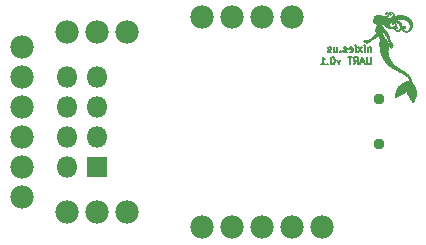
<source format=gbs>
%TF.GenerationSoftware,KiCad,Pcbnew,4.0.6*%
%TF.CreationDate,2017-10-08T18:55:20-04:00*%
%TF.ProjectId,USB-UART,5553422D554152542E6B696361645F70,rev?*%
%TF.FileFunction,Soldermask,Bot*%
%FSLAX46Y46*%
G04 Gerber Fmt 4.6, Leading zero omitted, Abs format (unit mm)*
G04 Created by KiCad (PCBNEW 4.0.6) date 10/08/17 18:55:20*
%MOMM*%
%LPD*%
G01*
G04 APERTURE LIST*
%ADD10C,0.127000*%
%ADD11C,0.010000*%
%ADD12C,1.979600*%
%ADD13C,0.948360*%
%ADD14R,1.800000X1.800000*%
%ADD15O,1.800000X1.800000*%
G04 APERTURE END LIST*
D10*
X169275143Y-101592929D02*
X169275143Y-101992929D01*
X169275143Y-101650071D02*
X169246571Y-101621500D01*
X169189429Y-101592929D01*
X169103714Y-101592929D01*
X169046571Y-101621500D01*
X169018000Y-101678643D01*
X169018000Y-101992929D01*
X168732286Y-101992929D02*
X168732286Y-101592929D01*
X168732286Y-101392929D02*
X168760857Y-101421500D01*
X168732286Y-101450071D01*
X168703714Y-101421500D01*
X168732286Y-101392929D01*
X168732286Y-101450071D01*
X168503715Y-101992929D02*
X168189429Y-101592929D01*
X168503715Y-101592929D02*
X168189429Y-101992929D01*
X167960858Y-101992929D02*
X167960858Y-101592929D01*
X167960858Y-101392929D02*
X167989429Y-101421500D01*
X167960858Y-101450071D01*
X167932286Y-101421500D01*
X167960858Y-101392929D01*
X167960858Y-101450071D01*
X167446572Y-101964357D02*
X167503715Y-101992929D01*
X167618001Y-101992929D01*
X167675144Y-101964357D01*
X167703715Y-101907214D01*
X167703715Y-101678643D01*
X167675144Y-101621500D01*
X167618001Y-101592929D01*
X167503715Y-101592929D01*
X167446572Y-101621500D01*
X167418001Y-101678643D01*
X167418001Y-101735786D01*
X167703715Y-101792929D01*
X167189429Y-101964357D02*
X167132286Y-101992929D01*
X167018001Y-101992929D01*
X166960858Y-101964357D01*
X166932286Y-101907214D01*
X166932286Y-101878643D01*
X166960858Y-101821500D01*
X167018001Y-101792929D01*
X167103715Y-101792929D01*
X167160858Y-101764357D01*
X167189429Y-101707214D01*
X167189429Y-101678643D01*
X167160858Y-101621500D01*
X167103715Y-101592929D01*
X167018001Y-101592929D01*
X166960858Y-101621500D01*
X166675144Y-101935786D02*
X166646572Y-101964357D01*
X166675144Y-101992929D01*
X166703715Y-101964357D01*
X166675144Y-101935786D01*
X166675144Y-101992929D01*
X166132287Y-101592929D02*
X166132287Y-101992929D01*
X166389430Y-101592929D02*
X166389430Y-101907214D01*
X166360858Y-101964357D01*
X166303716Y-101992929D01*
X166218001Y-101992929D01*
X166160858Y-101964357D01*
X166132287Y-101935786D01*
X165875144Y-101964357D02*
X165818001Y-101992929D01*
X165703716Y-101992929D01*
X165646573Y-101964357D01*
X165618001Y-101907214D01*
X165618001Y-101878643D01*
X165646573Y-101821500D01*
X165703716Y-101792929D01*
X165789430Y-101792929D01*
X165846573Y-101764357D01*
X165875144Y-101707214D01*
X165875144Y-101678643D01*
X165846573Y-101621500D01*
X165789430Y-101592929D01*
X165703716Y-101592929D01*
X165646573Y-101621500D01*
X169275143Y-102419929D02*
X169275143Y-102905643D01*
X169246571Y-102962786D01*
X169218000Y-102991357D01*
X169160857Y-103019929D01*
X169046571Y-103019929D01*
X168989429Y-102991357D01*
X168960857Y-102962786D01*
X168932286Y-102905643D01*
X168932286Y-102419929D01*
X168675143Y-102848500D02*
X168389429Y-102848500D01*
X168732286Y-103019929D02*
X168532286Y-102419929D01*
X168332286Y-103019929D01*
X167789429Y-103019929D02*
X167989429Y-102734214D01*
X168132286Y-103019929D02*
X168132286Y-102419929D01*
X167903714Y-102419929D01*
X167846572Y-102448500D01*
X167818000Y-102477071D01*
X167789429Y-102534214D01*
X167789429Y-102619929D01*
X167818000Y-102677071D01*
X167846572Y-102705643D01*
X167903714Y-102734214D01*
X168132286Y-102734214D01*
X167618000Y-102419929D02*
X167275143Y-102419929D01*
X167446572Y-103019929D02*
X167446572Y-102419929D01*
X166675143Y-102619929D02*
X166532286Y-103019929D01*
X166389428Y-102619929D01*
X166046571Y-102419929D02*
X165989428Y-102419929D01*
X165932285Y-102448500D01*
X165903714Y-102477071D01*
X165875143Y-102534214D01*
X165846571Y-102648500D01*
X165846571Y-102791357D01*
X165875143Y-102905643D01*
X165903714Y-102962786D01*
X165932285Y-102991357D01*
X165989428Y-103019929D01*
X166046571Y-103019929D01*
X166103714Y-102991357D01*
X166132285Y-102962786D01*
X166160857Y-102905643D01*
X166189428Y-102791357D01*
X166189428Y-102648500D01*
X166160857Y-102534214D01*
X166132285Y-102477071D01*
X166103714Y-102448500D01*
X166046571Y-102419929D01*
X165589428Y-102962786D02*
X165560856Y-102991357D01*
X165589428Y-103019929D01*
X165617999Y-102991357D01*
X165589428Y-102962786D01*
X165589428Y-103019929D01*
X164989428Y-103019929D02*
X165332285Y-103019929D01*
X165160857Y-103019929D02*
X165160857Y-102419929D01*
X165218000Y-102505643D01*
X165275142Y-102562786D01*
X165332285Y-102591357D01*
D11*
G36*
X170925189Y-98588464D02*
X170906508Y-98590415D01*
X170902313Y-98591259D01*
X170862583Y-98604756D01*
X170830676Y-98624225D01*
X170817168Y-98636487D01*
X170799323Y-98657401D01*
X170788839Y-98677388D01*
X170784070Y-98700553D01*
X170783250Y-98721030D01*
X170783942Y-98742070D01*
X170786876Y-98757251D01*
X170793346Y-98771252D01*
X170800062Y-98781941D01*
X170819859Y-98804234D01*
X170843002Y-98817744D01*
X170867859Y-98822038D01*
X170892801Y-98816687D01*
X170905499Y-98809790D01*
X170916432Y-98801237D01*
X170922094Y-98791974D01*
X170924551Y-98777847D01*
X170925068Y-98770430D01*
X170925352Y-98753523D01*
X170923096Y-98743867D01*
X170917413Y-98738257D01*
X170915916Y-98737408D01*
X170902535Y-98734216D01*
X170891559Y-98735078D01*
X170882033Y-98739119D01*
X170880081Y-98746877D01*
X170881177Y-98753223D01*
X170881711Y-98765847D01*
X170877094Y-98771099D01*
X170868922Y-98769765D01*
X170858789Y-98762631D01*
X170848287Y-98750480D01*
X170839011Y-98734100D01*
X170838104Y-98732003D01*
X170833582Y-98718635D01*
X170833713Y-98707300D01*
X170838533Y-98692315D01*
X170854357Y-98663141D01*
X170877748Y-98640074D01*
X170891836Y-98630784D01*
X170905084Y-98624198D01*
X170919252Y-98620377D01*
X170937866Y-98618635D01*
X170956288Y-98618284D01*
X170982147Y-98619089D01*
X170999394Y-98621606D01*
X171006294Y-98624760D01*
X171015648Y-98630561D01*
X171019728Y-98631374D01*
X171030165Y-98635395D01*
X171044163Y-98645935D01*
X171059406Y-98660709D01*
X171073579Y-98677436D01*
X171084367Y-98693831D01*
X171085717Y-98696458D01*
X171093883Y-98713288D01*
X171101332Y-98728749D01*
X171105088Y-98741889D01*
X171107384Y-98763133D01*
X171108310Y-98793486D01*
X171108318Y-98808124D01*
X171108026Y-98835500D01*
X171107145Y-98855285D01*
X171105111Y-98870471D01*
X171101359Y-98884051D01*
X171095324Y-98899017D01*
X171088250Y-98914479D01*
X171063753Y-98956765D01*
X171032300Y-98992730D01*
X170993325Y-99022760D01*
X170946264Y-99047241D01*
X170890553Y-99066559D01*
X170852042Y-99075980D01*
X170822634Y-99079773D01*
X170785805Y-99080737D01*
X170744281Y-99079054D01*
X170700788Y-99074910D01*
X170658049Y-99068487D01*
X170620313Y-99060362D01*
X170599845Y-99054139D01*
X170581151Y-99046737D01*
X170565722Y-99039055D01*
X170555047Y-99031994D01*
X170550615Y-99026453D01*
X170553918Y-99023333D01*
X170558403Y-99022958D01*
X170568351Y-99019781D01*
X170584167Y-99011266D01*
X170603665Y-98998940D01*
X170624656Y-98984327D01*
X170644953Y-98968954D01*
X170662368Y-98954345D01*
X170674714Y-98942027D01*
X170675080Y-98941593D01*
X170695173Y-98915836D01*
X170709775Y-98892162D01*
X170720111Y-98867537D01*
X170727403Y-98838929D01*
X170732873Y-98803306D01*
X170733731Y-98796151D01*
X170733775Y-98762481D01*
X170727304Y-98726561D01*
X170715392Y-98691731D01*
X170699115Y-98661334D01*
X170684645Y-98643413D01*
X170657288Y-98622754D01*
X170625549Y-98609678D01*
X170591674Y-98604291D01*
X170557911Y-98606696D01*
X170526505Y-98616997D01*
X170500146Y-98634884D01*
X170485257Y-98653011D01*
X170477842Y-98674267D01*
X170476334Y-98694426D01*
X170477530Y-98712322D01*
X170482582Y-98725321D01*
X170493690Y-98738981D01*
X170494157Y-98739477D01*
X170509338Y-98752720D01*
X170523474Y-98758050D01*
X170528552Y-98758375D01*
X170547092Y-98753731D01*
X170560435Y-98741353D01*
X170566218Y-98723569D01*
X170566292Y-98721167D01*
X170563195Y-98706928D01*
X170555311Y-98701185D01*
X170544753Y-98704762D01*
X170538980Y-98710490D01*
X170530881Y-98718424D01*
X170524297Y-98718170D01*
X170521283Y-98716016D01*
X170515309Y-98705091D01*
X170513691Y-98688475D01*
X170516458Y-98670137D01*
X170520862Y-98658706D01*
X170531291Y-98645327D01*
X170542844Y-98636479D01*
X170560958Y-98630964D01*
X170583943Y-98629402D01*
X170606868Y-98631756D01*
X170623095Y-98637051D01*
X170643631Y-98650591D01*
X170663039Y-98668328D01*
X170677516Y-98686644D01*
X170680130Y-98691307D01*
X170683893Y-98703698D01*
X170686492Y-98721535D01*
X170687845Y-98741782D01*
X170687872Y-98761400D01*
X170686490Y-98777352D01*
X170683619Y-98786600D01*
X170682709Y-98787479D01*
X170678613Y-98794773D01*
X170677417Y-98803666D01*
X170675566Y-98813460D01*
X170672125Y-98816583D01*
X170667044Y-98820656D01*
X170666834Y-98822228D01*
X170663631Y-98829995D01*
X170655349Y-98842875D01*
X170643978Y-98858106D01*
X170631508Y-98872926D01*
X170626309Y-98878479D01*
X170609192Y-98892819D01*
X170585034Y-98908914D01*
X170556808Y-98925102D01*
X170527490Y-98939722D01*
X170500055Y-98951114D01*
X170490437Y-98954344D01*
X170428492Y-98969470D01*
X170369992Y-98975341D01*
X170313500Y-98971784D01*
X170257577Y-98958624D01*
X170200784Y-98935690D01*
X170161480Y-98914741D01*
X170124648Y-98893960D01*
X170093875Y-98878442D01*
X170066499Y-98867448D01*
X170039861Y-98860241D01*
X170011300Y-98856083D01*
X169978157Y-98854236D01*
X169942238Y-98853940D01*
X169912171Y-98854404D01*
X169883525Y-98855457D01*
X169859110Y-98856953D01*
X169841732Y-98858750D01*
X169838688Y-98859254D01*
X169817749Y-98863057D01*
X169793434Y-98867261D01*
X169780480Y-98869412D01*
X169758563Y-98873282D01*
X169736891Y-98877593D01*
X169726240Y-98879974D01*
X169699466Y-98886426D01*
X169680732Y-98891019D01*
X169667780Y-98894335D01*
X169658351Y-98896956D01*
X169650190Y-98899466D01*
X169648188Y-98900110D01*
X169611946Y-98914827D01*
X169579387Y-98933783D01*
X169551876Y-98955716D01*
X169530778Y-98979364D01*
X169517460Y-99003464D01*
X169513251Y-99024913D01*
X169511035Y-99044040D01*
X169505068Y-99068707D01*
X169496366Y-99095004D01*
X169492400Y-99104979D01*
X169481972Y-99138079D01*
X169476656Y-99173111D01*
X169476299Y-99188817D01*
X169476794Y-99209551D01*
X169476378Y-99221682D01*
X169474495Y-99227185D01*
X169470589Y-99228034D01*
X169465625Y-99226687D01*
X169456754Y-99225437D01*
X169456454Y-99229683D01*
X169464621Y-99238859D01*
X169468503Y-99242314D01*
X169477432Y-99251708D01*
X169478871Y-99260493D01*
X169476594Y-99268006D01*
X169469002Y-99279562D01*
X169456154Y-99292150D01*
X169450105Y-99296743D01*
X169434408Y-99310558D01*
X169428947Y-99323959D01*
X169433688Y-99338104D01*
X169448428Y-99354003D01*
X169460046Y-99365121D01*
X169464129Y-99372375D01*
X169461852Y-99377908D01*
X169461657Y-99378111D01*
X169457110Y-99388627D01*
X169455288Y-99405415D01*
X169456229Y-99424510D01*
X169459973Y-99441949D01*
X169460993Y-99444719D01*
X169473958Y-99478822D01*
X169482223Y-99505240D01*
X169486236Y-99525532D01*
X169486792Y-99534694D01*
X169490365Y-99549911D01*
X169501344Y-99560776D01*
X169508256Y-99564686D01*
X169516722Y-99567339D01*
X169528670Y-99568915D01*
X169546029Y-99569590D01*
X169570727Y-99569543D01*
X169592625Y-99569191D01*
X169623270Y-99568745D01*
X169645341Y-99568888D01*
X169660843Y-99569814D01*
X169671779Y-99571721D01*
X169680151Y-99574804D01*
X169686553Y-99578374D01*
X169697732Y-99587225D01*
X169703526Y-99595595D01*
X169703750Y-99597026D01*
X169706137Y-99604124D01*
X169708195Y-99605041D01*
X169712799Y-99609902D01*
X169718084Y-99622908D01*
X169723497Y-99641692D01*
X169728485Y-99663888D01*
X169732494Y-99687129D01*
X169734972Y-99709049D01*
X169735500Y-99721868D01*
X169734126Y-99747797D01*
X169730411Y-99779477D01*
X169724968Y-99812496D01*
X169719224Y-99839197D01*
X169706339Y-99888957D01*
X169694668Y-99928685D01*
X169684071Y-99958844D01*
X169682707Y-99962229D01*
X169677987Y-99974487D01*
X169672364Y-99990045D01*
X169671914Y-99991333D01*
X169663279Y-100014191D01*
X169652093Y-100039979D01*
X169637112Y-100071537D01*
X169633622Y-100078645D01*
X169624037Y-100102957D01*
X169618298Y-100127776D01*
X169616652Y-100150452D01*
X169619348Y-100168340D01*
X169624439Y-100177091D01*
X169634814Y-100185984D01*
X169649147Y-100196926D01*
X169664745Y-100208032D01*
X169678913Y-100217419D01*
X169688956Y-100223203D01*
X169691768Y-100224166D01*
X169699614Y-100227990D01*
X169710792Y-100237534D01*
X169722481Y-100249910D01*
X169731860Y-100262227D01*
X169735387Y-100268846D01*
X169737782Y-100288707D01*
X169731541Y-100313658D01*
X169730315Y-100316770D01*
X169721207Y-100338209D01*
X169709870Y-100363457D01*
X169697235Y-100390597D01*
X169684234Y-100417716D01*
X169671798Y-100442900D01*
X169660858Y-100464233D01*
X169652347Y-100479802D01*
X169647196Y-100487692D01*
X169647089Y-100487805D01*
X169641263Y-100495574D01*
X169640250Y-100498589D01*
X169636298Y-100506046D01*
X169625578Y-100518274D01*
X169609794Y-100533704D01*
X169590649Y-100550765D01*
X169569849Y-100567887D01*
X169549097Y-100583499D01*
X169545000Y-100586372D01*
X169529519Y-100597526D01*
X169509178Y-100612821D01*
X169485749Y-100630853D01*
X169461006Y-100650217D01*
X169436723Y-100669511D01*
X169414673Y-100687331D01*
X169396630Y-100702272D01*
X169384367Y-100712932D01*
X169380959Y-100716215D01*
X169375469Y-100720739D01*
X169364441Y-100729154D01*
X169357146Y-100734570D01*
X169342926Y-100745521D01*
X169331358Y-100755268D01*
X169328042Y-100758437D01*
X169320834Y-100764681D01*
X169306970Y-100775674D01*
X169288375Y-100789970D01*
X169266971Y-100806119D01*
X169244683Y-100822674D01*
X169223434Y-100838186D01*
X169205146Y-100851207D01*
X169201042Y-100854056D01*
X169186580Y-100864578D01*
X169174266Y-100874441D01*
X169172328Y-100876160D01*
X169160665Y-100884649D01*
X169152484Y-100888566D01*
X169144451Y-100892883D01*
X169142834Y-100895577D01*
X169138412Y-100899865D01*
X169127465Y-100905497D01*
X169124313Y-100906791D01*
X169112338Y-100912407D01*
X169106063Y-100917138D01*
X169105792Y-100917900D01*
X169101221Y-100921499D01*
X169089148Y-100927475D01*
X169072033Y-100934630D01*
X169069176Y-100935733D01*
X169053060Y-100941576D01*
X169039196Y-100945438D01*
X169024802Y-100947643D01*
X169007093Y-100948517D01*
X168983286Y-100948385D01*
X168964666Y-100947952D01*
X168930523Y-100946334D01*
X168891409Y-100943348D01*
X168852779Y-100939461D01*
X168827274Y-100936215D01*
X168797120Y-100932110D01*
X168774490Y-100929744D01*
X168756480Y-100929036D01*
X168740188Y-100929905D01*
X168722712Y-100932269D01*
X168717472Y-100933144D01*
X168696596Y-100937139D01*
X168684253Y-100940848D01*
X168678448Y-100945098D01*
X168677167Y-100949873D01*
X168678492Y-100955283D01*
X168684014Y-100958268D01*
X168696056Y-100959509D01*
X168710591Y-100959708D01*
X168734236Y-100960697D01*
X168759762Y-100963337D01*
X168783967Y-100967134D01*
X168803645Y-100971596D01*
X168814750Y-100975724D01*
X168818696Y-100978566D01*
X168818171Y-100980943D01*
X168811836Y-100983248D01*
X168798348Y-100985875D01*
X168776366Y-100989220D01*
X168761834Y-100991275D01*
X168733253Y-100995714D01*
X168711017Y-101000508D01*
X168690913Y-101006774D01*
X168668730Y-101015630D01*
X168666584Y-101016551D01*
X168650121Y-101024942D01*
X168634127Y-101035191D01*
X168621280Y-101045332D01*
X168614255Y-101053398D01*
X168613667Y-101055409D01*
X168618257Y-101057665D01*
X168629719Y-101057989D01*
X168644598Y-101056748D01*
X168659434Y-101054306D01*
X168670771Y-101051030D01*
X168674257Y-101049009D01*
X168683325Y-101045170D01*
X168690396Y-101044374D01*
X168702183Y-101041828D01*
X168707214Y-101038669D01*
X168716239Y-101035154D01*
X168728116Y-101035016D01*
X168737864Y-101036781D01*
X168737971Y-101038871D01*
X168732730Y-101041201D01*
X168705940Y-101051871D01*
X168686890Y-101060106D01*
X168673357Y-101067036D01*
X168663115Y-101073791D01*
X168654678Y-101080831D01*
X168645147Y-101090500D01*
X168640285Y-101097501D01*
X168640125Y-101098281D01*
X168644546Y-101102413D01*
X168656902Y-101101775D01*
X168675838Y-101096662D01*
X168699995Y-101087369D01*
X168709222Y-101083280D01*
X168731138Y-101074062D01*
X168746774Y-101069093D01*
X168755327Y-101068407D01*
X168755989Y-101072041D01*
X168747956Y-101080030D01*
X168745880Y-101081660D01*
X168734763Y-101088859D01*
X168726681Y-101091882D01*
X168720199Y-101096286D01*
X168715124Y-101105676D01*
X168714209Y-101110953D01*
X168718484Y-101113698D01*
X168729495Y-101112608D01*
X168744518Y-101108592D01*
X168760829Y-101102564D01*
X168775704Y-101095434D01*
X168786420Y-101088113D01*
X168788292Y-101086167D01*
X168795298Y-101081712D01*
X168809313Y-101075211D01*
X168827305Y-101067963D01*
X168846244Y-101061268D01*
X168846876Y-101061063D01*
X168863310Y-101057539D01*
X168884226Y-101055333D01*
X168895688Y-101054958D01*
X168913097Y-101055442D01*
X168923193Y-101057747D01*
X168929232Y-101063147D01*
X168932817Y-101069510D01*
X168936713Y-101083215D01*
X168933421Y-101096126D01*
X168922098Y-101109557D01*
X168901899Y-101124821D01*
X168893986Y-101129952D01*
X168872648Y-101143827D01*
X168858672Y-101154278D01*
X168850242Y-101163152D01*
X168845541Y-101172294D01*
X168843122Y-101181651D01*
X168842225Y-101193878D01*
X168846479Y-101198373D01*
X168847162Y-101198460D01*
X168864877Y-101196995D01*
X168877337Y-101188919D01*
X168887709Y-101181543D01*
X168905321Y-101171954D01*
X168927427Y-101161450D01*
X168951283Y-101151329D01*
X168974143Y-101142886D01*
X168976146Y-101142224D01*
X169013899Y-101128391D01*
X169043693Y-101113619D01*
X169068130Y-101096270D01*
X169089811Y-101074706D01*
X169097092Y-101066030D01*
X169112780Y-101047684D01*
X169128395Y-101031207D01*
X169141180Y-101019458D01*
X169144008Y-101017314D01*
X169155691Y-101008787D01*
X169163164Y-101002654D01*
X169164000Y-101001764D01*
X169170776Y-100996394D01*
X169185070Y-100987206D01*
X169205015Y-100975271D01*
X169228741Y-100961657D01*
X169254381Y-100947435D01*
X169280064Y-100933674D01*
X169303924Y-100921443D01*
X169306875Y-100919981D01*
X169354447Y-100896160D01*
X169395717Y-100874604D01*
X169434143Y-100853480D01*
X169460334Y-100838470D01*
X169477138Y-100829064D01*
X169491352Y-100821752D01*
X169498698Y-100818571D01*
X169506518Y-100813882D01*
X169507959Y-100810924D01*
X169512054Y-100806438D01*
X169513650Y-100806250D01*
X169520545Y-100803632D01*
X169534537Y-100796481D01*
X169553735Y-100785849D01*
X169576247Y-100772788D01*
X169600181Y-100758350D01*
X169603919Y-100756043D01*
X169613162Y-100750374D01*
X169627644Y-100741548D01*
X169638314Y-100735066D01*
X169652817Y-100726051D01*
X169663287Y-100719140D01*
X169666709Y-100716515D01*
X169672184Y-100711883D01*
X169683182Y-100703350D01*
X169690521Y-100697830D01*
X169707944Y-100684726D01*
X169721314Y-100674119D01*
X169733351Y-100663609D01*
X169746778Y-100650794D01*
X169764316Y-100633275D01*
X169768573Y-100628979D01*
X169787309Y-100608797D01*
X169805527Y-100587042D01*
X169820174Y-100567426D01*
X169824043Y-100561510D01*
X169834542Y-100546121D01*
X169843904Y-100535179D01*
X169850023Y-100531083D01*
X169856582Y-100533431D01*
X169857215Y-100535052D01*
X169860373Y-100541283D01*
X169868182Y-100551706D01*
X169870444Y-100554395D01*
X169878976Y-100565141D01*
X169883465Y-100572402D01*
X169883667Y-100573241D01*
X169886884Y-100579320D01*
X169893153Y-100586970D01*
X169903642Y-100601656D01*
X169915879Y-100624009D01*
X169928784Y-100651494D01*
X169941280Y-100681579D01*
X169952286Y-100711732D01*
X169960725Y-100739419D01*
X169964014Y-100753333D01*
X169973028Y-100799638D01*
X169979672Y-100838635D01*
X169984210Y-100873265D01*
X169986907Y-100906470D01*
X169988028Y-100941191D01*
X169987838Y-100980370D01*
X169987126Y-101009979D01*
X169986044Y-101043664D01*
X169984846Y-101074856D01*
X169983623Y-101101578D01*
X169982466Y-101121856D01*
X169981466Y-101133716D01*
X169981383Y-101134333D01*
X169980571Y-101144446D01*
X169979642Y-101163553D01*
X169978650Y-101190061D01*
X169977647Y-101222383D01*
X169976690Y-101258929D01*
X169975830Y-101298109D01*
X169975824Y-101298375D01*
X169975012Y-101345421D01*
X169974686Y-101384221D01*
X169974925Y-101417100D01*
X169975810Y-101446388D01*
X169977421Y-101474413D01*
X169979836Y-101503502D01*
X169983137Y-101535983D01*
X169984350Y-101547083D01*
X169990916Y-101605180D01*
X169996824Y-101654321D01*
X170002318Y-101696097D01*
X170007644Y-101732098D01*
X170013044Y-101763912D01*
X170018765Y-101793130D01*
X170025051Y-101821340D01*
X170029115Y-101838125D01*
X170035206Y-101863338D01*
X170040587Y-101886871D01*
X170044538Y-101905511D01*
X170046027Y-101913660D01*
X170049144Y-101927292D01*
X170052915Y-101935719D01*
X170053715Y-101936462D01*
X170057408Y-101943445D01*
X170058331Y-101950885D01*
X170059972Y-101960617D01*
X170064365Y-101977640D01*
X170070774Y-101999254D01*
X170075972Y-102015395D01*
X170084233Y-102040466D01*
X170092040Y-102064565D01*
X170098261Y-102084181D01*
X170100698Y-102092125D01*
X170105622Y-102107470D01*
X170109809Y-102118658D01*
X170111058Y-102121229D01*
X170114664Y-102129304D01*
X170119705Y-102142980D01*
X170121298Y-102147687D01*
X170128050Y-102166724D01*
X170135331Y-102185375D01*
X170136170Y-102187375D01*
X170143028Y-102203679D01*
X170149056Y-102218260D01*
X170149407Y-102219125D01*
X170155351Y-102232893D01*
X170159451Y-102241542D01*
X170163426Y-102251937D01*
X170164125Y-102256158D01*
X170166361Y-102262816D01*
X170172572Y-102277404D01*
X170182018Y-102298378D01*
X170193958Y-102324194D01*
X170207651Y-102353309D01*
X170222356Y-102384178D01*
X170237332Y-102415257D01*
X170251838Y-102445002D01*
X170265133Y-102471870D01*
X170276477Y-102494316D01*
X170285127Y-102510797D01*
X170290344Y-102519769D01*
X170291112Y-102520750D01*
X170294960Y-102526585D01*
X170301861Y-102538579D01*
X170306585Y-102547208D01*
X170319333Y-102569639D01*
X170336191Y-102597506D01*
X170355705Y-102628573D01*
X170376419Y-102660607D01*
X170396879Y-102691373D01*
X170415630Y-102718639D01*
X170431216Y-102740168D01*
X170437536Y-102748291D01*
X170443180Y-102755433D01*
X170453780Y-102768992D01*
X170467812Y-102787014D01*
X170483577Y-102807321D01*
X170555732Y-102893586D01*
X170636677Y-102977902D01*
X170724618Y-103058433D01*
X170748862Y-103078902D01*
X170764236Y-103091736D01*
X170776272Y-103101925D01*
X170782788Y-103107619D01*
X170783250Y-103108070D01*
X170788360Y-103112212D01*
X170800095Y-103121190D01*
X170816559Y-103133566D01*
X170830875Y-103144215D01*
X170850497Y-103158811D01*
X170867654Y-103171688D01*
X170880097Y-103181151D01*
X170884766Y-103184811D01*
X170895652Y-103192914D01*
X170908578Y-103201659D01*
X170922571Y-103211492D01*
X170933738Y-103220530D01*
X170943150Y-103227562D01*
X170948772Y-103229833D01*
X170955177Y-103233028D01*
X170966494Y-103241231D01*
X170975185Y-103248354D01*
X170988046Y-103258711D01*
X170997853Y-103265433D01*
X171001243Y-103266875D01*
X171007136Y-103269527D01*
X171018973Y-103276300D01*
X171033910Y-103285419D01*
X171049104Y-103295106D01*
X171061711Y-103303585D01*
X171068887Y-103309081D01*
X171069000Y-103309193D01*
X171075129Y-103313521D01*
X171084875Y-103319378D01*
X171094011Y-103324765D01*
X171110175Y-103334485D01*
X171131376Y-103347333D01*
X171155623Y-103362104D01*
X171165801Y-103368326D01*
X171189553Y-103382777D01*
X171209952Y-103395032D01*
X171225378Y-103404130D01*
X171234207Y-103409106D01*
X171235632Y-103409750D01*
X171240902Y-103412229D01*
X171252818Y-103418768D01*
X171268931Y-103428017D01*
X171270991Y-103429222D01*
X171298603Y-103445148D01*
X171328048Y-103461703D01*
X171356493Y-103477327D01*
X171381106Y-103490464D01*
X171397084Y-103498599D01*
X171409632Y-103505090D01*
X171417484Y-103509821D01*
X171418250Y-103510468D01*
X171423786Y-103513903D01*
X171436692Y-103520989D01*
X171454891Y-103530607D01*
X171471167Y-103539013D01*
X171520322Y-103564179D01*
X171564845Y-103587001D01*
X171603951Y-103607075D01*
X171636854Y-103623998D01*
X171662769Y-103637365D01*
X171680910Y-103646772D01*
X171690492Y-103651816D01*
X171690968Y-103652075D01*
X171700048Y-103656813D01*
X171715987Y-103664904D01*
X171736153Y-103675017D01*
X171748980Y-103681400D01*
X171823231Y-103718750D01*
X171888520Y-103752707D01*
X171945734Y-103783745D01*
X171995760Y-103812342D01*
X172018855Y-103826177D01*
X172032458Y-103833801D01*
X172040021Y-103837597D01*
X172047412Y-103841911D01*
X172061579Y-103850876D01*
X172080874Y-103863392D01*
X172103647Y-103878359D01*
X172128250Y-103894677D01*
X172153035Y-103911246D01*
X172176352Y-103926966D01*
X172196552Y-103940737D01*
X172211988Y-103951460D01*
X172221009Y-103958033D01*
X172222584Y-103959400D01*
X172227830Y-103964217D01*
X172238881Y-103973472D01*
X172251688Y-103983833D01*
X172311914Y-104037393D01*
X172363218Y-104094685D01*
X172405288Y-104155180D01*
X172437811Y-104218346D01*
X172460476Y-104283651D01*
X172472971Y-104350566D01*
X172474115Y-104362720D01*
X172475533Y-104383291D01*
X172475389Y-104396010D01*
X172473178Y-104403555D01*
X172468396Y-104408606D01*
X172465028Y-104410937D01*
X172450982Y-104417507D01*
X172434365Y-104422056D01*
X172434229Y-104422079D01*
X172394691Y-104429475D01*
X172360964Y-104437738D01*
X172336355Y-104445271D01*
X172314487Y-104452356D01*
X172288337Y-104460616D01*
X172264917Y-104467850D01*
X172244468Y-104474199D01*
X172226909Y-104479877D01*
X172215608Y-104483790D01*
X172214646Y-104484164D01*
X172204724Y-104487949D01*
X172188121Y-104494103D01*
X172168116Y-104501411D01*
X172164375Y-104502766D01*
X172145039Y-104510094D01*
X172129481Y-104516598D01*
X172120496Y-104521093D01*
X172119661Y-104521711D01*
X172110071Y-104525984D01*
X172106987Y-104526291D01*
X172098849Y-104528561D01*
X172083251Y-104534762D01*
X172062145Y-104543983D01*
X172037482Y-104555313D01*
X172011213Y-104567840D01*
X171985289Y-104580653D01*
X171961661Y-104592841D01*
X171944771Y-104602067D01*
X171921183Y-104615619D01*
X171896406Y-104630128D01*
X171872964Y-104644090D01*
X171853386Y-104655997D01*
X171840196Y-104664344D01*
X171839227Y-104664991D01*
X171787370Y-104702492D01*
X171734658Y-104745257D01*
X171683528Y-104791070D01*
X171636416Y-104837712D01*
X171595759Y-104882968D01*
X171584579Y-104896708D01*
X171570634Y-104914018D01*
X171558971Y-104927902D01*
X171551232Y-104936434D01*
X171549219Y-104938159D01*
X171545295Y-104944213D01*
X171545250Y-104944995D01*
X171541953Y-104952170D01*
X171534419Y-104961694D01*
X171526795Y-104971595D01*
X171515492Y-104988331D01*
X171501985Y-105009494D01*
X171487751Y-105032677D01*
X171474266Y-105055472D01*
X171463004Y-105075471D01*
X171455442Y-105090265D01*
X171454956Y-105091342D01*
X171448925Y-105102667D01*
X171443953Y-105108251D01*
X171443417Y-105108375D01*
X171439764Y-105112622D01*
X171439417Y-105115524D01*
X171437063Y-105124010D01*
X171431037Y-105137934D01*
X171426188Y-105147554D01*
X171418676Y-105162966D01*
X171413883Y-105175270D01*
X171412959Y-105179651D01*
X171410504Y-105187410D01*
X171408990Y-105188631D01*
X171405351Y-105194354D01*
X171399475Y-105208051D01*
X171392118Y-105227545D01*
X171384034Y-105250659D01*
X171375976Y-105275215D01*
X171368700Y-105299036D01*
X171362958Y-105319944D01*
X171361645Y-105325333D01*
X171356816Y-105344772D01*
X171352227Y-105361259D01*
X171349210Y-105370312D01*
X171345349Y-105382934D01*
X171342065Y-105398847D01*
X171341977Y-105399416D01*
X171339973Y-105411953D01*
X171336675Y-105432065D01*
X171332554Y-105456892D01*
X171328442Y-105481437D01*
X171324507Y-105507522D01*
X171321552Y-105534135D01*
X171319442Y-105563460D01*
X171318041Y-105597680D01*
X171317217Y-105638977D01*
X171316941Y-105668237D01*
X171316907Y-105703428D01*
X171317253Y-105735114D01*
X171317932Y-105761753D01*
X171318895Y-105781800D01*
X171320095Y-105793711D01*
X171320888Y-105796290D01*
X171327103Y-105795466D01*
X171340593Y-105789213D01*
X171360010Y-105778235D01*
X171383209Y-105763752D01*
X171425878Y-105736892D01*
X171468415Y-105711850D01*
X171513041Y-105687433D01*
X171561976Y-105662450D01*
X171617440Y-105635710D01*
X171651084Y-105620031D01*
X171686498Y-105603758D01*
X171715275Y-105590687D01*
X171736644Y-105581160D01*
X171749839Y-105575522D01*
X171754017Y-105574041D01*
X171759473Y-105572007D01*
X171772202Y-105566577D01*
X171789855Y-105558764D01*
X171797541Y-105555302D01*
X171817860Y-105546131D01*
X171835504Y-105538218D01*
X171847456Y-105532914D01*
X171849521Y-105532016D01*
X171860356Y-105527316D01*
X171876412Y-105520299D01*
X171886563Y-105515846D01*
X171918212Y-105502021D01*
X171941364Y-105492101D01*
X171957151Y-105485604D01*
X171960646Y-105484240D01*
X171976695Y-105477354D01*
X171999193Y-105466752D01*
X172025338Y-105453857D01*
X172052325Y-105440089D01*
X172077352Y-105426868D01*
X172097614Y-105415616D01*
X172106167Y-105410495D01*
X172122640Y-105398718D01*
X172141817Y-105382816D01*
X172162061Y-105364427D01*
X172181737Y-105345188D01*
X172199209Y-105326736D01*
X172212840Y-105310708D01*
X172220994Y-105298743D01*
X172222584Y-105293984D01*
X172226494Y-105287639D01*
X172226991Y-105287409D01*
X172232019Y-105282200D01*
X172240403Y-105270700D01*
X172250276Y-105255826D01*
X172259775Y-105240494D01*
X172267035Y-105227619D01*
X172270190Y-105220117D01*
X172270209Y-105219838D01*
X172274000Y-105213529D01*
X172274427Y-105213326D01*
X172279013Y-105207910D01*
X172286025Y-105196059D01*
X172290297Y-105187750D01*
X172296863Y-105175311D01*
X172301169Y-105169024D01*
X172302124Y-105169229D01*
X172302267Y-105176002D01*
X172302556Y-105191563D01*
X172302961Y-105214114D01*
X172303448Y-105241861D01*
X172303930Y-105269770D01*
X172305484Y-105321059D01*
X172308614Y-105364125D01*
X172313909Y-105401285D01*
X172321955Y-105434855D01*
X172333341Y-105467149D01*
X172348655Y-105500482D01*
X172368484Y-105537172D01*
X172374473Y-105547583D01*
X172383516Y-105562851D01*
X172396792Y-105584887D01*
X172412945Y-105611473D01*
X172430616Y-105640392D01*
X172448447Y-105669427D01*
X172465079Y-105696361D01*
X172479156Y-105718975D01*
X172488782Y-105734217D01*
X172498574Y-105749882D01*
X172505588Y-105761817D01*
X172508333Y-105767482D01*
X172508334Y-105767513D01*
X172511332Y-105773428D01*
X172513875Y-105776671D01*
X172520955Y-105786037D01*
X172530360Y-105799955D01*
X172540309Y-105815578D01*
X172549021Y-105830061D01*
X172554717Y-105840559D01*
X172555959Y-105843937D01*
X172559841Y-105850012D01*
X172560012Y-105850090D01*
X172564670Y-105855360D01*
X172572600Y-105867128D01*
X172582113Y-105882543D01*
X172591522Y-105898754D01*
X172599137Y-105912911D01*
X172603271Y-105922162D01*
X172603584Y-105923670D01*
X172606830Y-105928534D01*
X172607553Y-105928624D01*
X172612608Y-105932852D01*
X172617270Y-105940530D01*
X172621700Y-105949499D01*
X172629831Y-105965801D01*
X172640602Y-105987313D01*
X172652953Y-106011918D01*
X172656283Y-106018541D01*
X172670714Y-106047357D01*
X172681369Y-106069018D01*
X172689301Y-106085791D01*
X172695561Y-106099940D01*
X172701201Y-106113728D01*
X172704834Y-106123052D01*
X172710776Y-106138191D01*
X172714260Y-106146864D01*
X172718532Y-106158565D01*
X172724292Y-106175799D01*
X172728124Y-106187875D01*
X172736107Y-106212123D01*
X172742605Y-106226974D01*
X172748629Y-106233317D01*
X172755196Y-106232039D01*
X172763317Y-106224026D01*
X172765851Y-106220896D01*
X172776996Y-106207041D01*
X172787018Y-106194935D01*
X172802304Y-106176747D01*
X172813524Y-106162890D01*
X172823557Y-106149711D01*
X172834096Y-106135209D01*
X172843907Y-106120672D01*
X172850513Y-106109198D01*
X172852292Y-106104340D01*
X172855744Y-106097549D01*
X172856700Y-106097034D01*
X172862879Y-106090832D01*
X172872580Y-106076612D01*
X172884942Y-106055993D01*
X172899108Y-106030592D01*
X172914218Y-106002026D01*
X172929415Y-105971913D01*
X172943841Y-105941871D01*
X172956636Y-105913517D01*
X172965750Y-105891541D01*
X172972337Y-105875335D01*
X172978097Y-105862143D01*
X172979835Y-105858540D01*
X172983998Y-105845106D01*
X172984584Y-105839009D01*
X172986998Y-105828849D01*
X172989875Y-105825395D01*
X172994009Y-105818083D01*
X172995167Y-105809520D01*
X172996935Y-105798601D01*
X172999874Y-105794007D01*
X173003860Y-105787217D01*
X173007111Y-105774716D01*
X173007250Y-105773851D01*
X173010334Y-105758797D01*
X173015297Y-105739190D01*
X173018624Y-105727500D01*
X173023421Y-105710705D01*
X173027851Y-105693208D01*
X173032465Y-105672549D01*
X173037814Y-105646268D01*
X173044103Y-105613729D01*
X173046118Y-105597184D01*
X173047738Y-105572034D01*
X173048964Y-105540127D01*
X173049796Y-105503317D01*
X173050236Y-105463454D01*
X173050284Y-105422389D01*
X173049942Y-105381973D01*
X173049210Y-105344059D01*
X173048090Y-105310496D01*
X173046582Y-105283137D01*
X173044689Y-105263833D01*
X173043907Y-105259187D01*
X173039408Y-105237018D01*
X173034897Y-105214736D01*
X173032653Y-105203625D01*
X173028154Y-105184216D01*
X173022107Y-105161624D01*
X173018886Y-105150708D01*
X173013304Y-105131055D01*
X173008835Y-105112617D01*
X173007250Y-105104357D01*
X173004104Y-105091658D01*
X173000113Y-105084367D01*
X172999874Y-105084201D01*
X172996205Y-105077199D01*
X172995167Y-105068687D01*
X172993170Y-105057606D01*
X172989875Y-105052812D01*
X172985441Y-105045353D01*
X172984584Y-105039199D01*
X172982167Y-105025351D01*
X172979938Y-105019667D01*
X172970974Y-105000529D01*
X172963574Y-104982201D01*
X172958995Y-104967971D01*
X172958125Y-104962674D01*
X172955211Y-104955748D01*
X172952834Y-104954916D01*
X172947838Y-104950784D01*
X172947542Y-104948757D01*
X172945029Y-104938598D01*
X172938034Y-104920966D01*
X172927376Y-104897552D01*
X172913874Y-104870043D01*
X172898348Y-104840128D01*
X172881615Y-104809495D01*
X172870989Y-104790875D01*
X172859739Y-104771493D01*
X172849325Y-104753511D01*
X172841972Y-104740766D01*
X172841878Y-104740604D01*
X172835802Y-104730895D01*
X172825596Y-104715470D01*
X172812613Y-104696284D01*
X172798206Y-104675291D01*
X172783728Y-104654446D01*
X172770532Y-104635702D01*
X172759969Y-104621015D01*
X172753394Y-104612337D01*
X172752149Y-104610958D01*
X172747415Y-104605477D01*
X172738820Y-104594467D01*
X172733310Y-104587145D01*
X172712344Y-104560459D01*
X172689083Y-104534196D01*
X172672055Y-104516423D01*
X172654724Y-104497815D01*
X172643877Y-104482706D01*
X172638021Y-104467635D01*
X172635663Y-104449143D01*
X172635294Y-104431187D01*
X172633985Y-104399889D01*
X172630457Y-104364483D01*
X172625224Y-104328327D01*
X172618800Y-104294777D01*
X172611697Y-104267193D01*
X172608961Y-104259062D01*
X172604846Y-104247204D01*
X172599579Y-104231155D01*
X172598354Y-104227312D01*
X172593279Y-104213164D01*
X172585761Y-104194422D01*
X172576898Y-104173569D01*
X172567790Y-104153087D01*
X172559537Y-104135458D01*
X172553237Y-104123167D01*
X172550328Y-104118833D01*
X172545622Y-104112578D01*
X172540123Y-104102958D01*
X172531342Y-104087550D01*
X172519322Y-104068415D01*
X172506213Y-104048774D01*
X172494167Y-104031852D01*
X172485395Y-104020937D01*
X172475701Y-104009808D01*
X172464115Y-103995534D01*
X172461492Y-103992166D01*
X172450995Y-103979837D01*
X172434820Y-103962341D01*
X172415010Y-103941751D01*
X172393607Y-103920137D01*
X172372655Y-103899571D01*
X172354197Y-103882124D01*
X172343731Y-103872770D01*
X172299403Y-103835157D01*
X172260621Y-103803319D01*
X172225358Y-103775642D01*
X172191585Y-103750510D01*
X172177605Y-103740502D01*
X172159641Y-103727669D01*
X172144341Y-103716536D01*
X172134293Y-103708995D01*
X172132625Y-103707662D01*
X172125402Y-103702435D01*
X172111185Y-103692750D01*
X172091876Y-103679883D01*
X172069377Y-103665113D01*
X172063834Y-103661504D01*
X172041035Y-103646586D01*
X172021146Y-103633389D01*
X172006010Y-103623148D01*
X171997470Y-103617099D01*
X171996588Y-103616392D01*
X171989619Y-103611468D01*
X171987761Y-103610833D01*
X171982676Y-103608146D01*
X171970295Y-103600745D01*
X171952238Y-103589621D01*
X171930122Y-103575767D01*
X171918637Y-103568500D01*
X171894911Y-103553648D01*
X171874191Y-103541074D01*
X171858177Y-103531778D01*
X171848570Y-103526761D01*
X171846767Y-103526166D01*
X171841734Y-103522136D01*
X171841584Y-103520875D01*
X171837597Y-103515736D01*
X171836346Y-103515583D01*
X171829735Y-103512891D01*
X171816734Y-103505728D01*
X171799782Y-103495462D01*
X171793959Y-103491770D01*
X171776261Y-103480806D01*
X171761739Y-103472508D01*
X171752832Y-103468246D01*
X171751571Y-103467958D01*
X171746486Y-103463929D01*
X171746334Y-103462666D01*
X171742255Y-103457592D01*
X171740646Y-103457375D01*
X171733821Y-103454660D01*
X171720679Y-103447443D01*
X171703693Y-103437108D01*
X171698148Y-103433562D01*
X171680568Y-103422567D01*
X171666176Y-103414260D01*
X171657403Y-103410021D01*
X171656210Y-103409750D01*
X171651232Y-103405718D01*
X171651084Y-103404458D01*
X171646956Y-103399455D01*
X171644969Y-103399166D01*
X171637181Y-103396173D01*
X171625284Y-103388712D01*
X171621509Y-103385937D01*
X171610048Y-103377672D01*
X171602434Y-103373056D01*
X171601331Y-103372708D01*
X171595835Y-103369882D01*
X171583094Y-103362045D01*
X171564600Y-103350159D01*
X171541846Y-103335185D01*
X171516324Y-103318086D01*
X171511023Y-103314500D01*
X171499684Y-103306904D01*
X171484121Y-103296585D01*
X171475980Y-103291219D01*
X171462479Y-103281753D01*
X171453223Y-103274158D01*
X171450882Y-103271375D01*
X171444806Y-103267063D01*
X171442945Y-103266868D01*
X171435268Y-103263638D01*
X171423934Y-103255630D01*
X171420896Y-103253087D01*
X171406832Y-103241737D01*
X171389329Y-103228715D01*
X171381209Y-103223015D01*
X171367484Y-103213373D01*
X171357678Y-103206018D01*
X171354750Y-103203444D01*
X171349253Y-103198619D01*
X171338216Y-103189997D01*
X171330973Y-103184574D01*
X171283604Y-103146681D01*
X171232518Y-103100376D01*
X171178734Y-103046710D01*
X171123270Y-102986736D01*
X171067146Y-102921505D01*
X171021249Y-102864708D01*
X171004944Y-102844084D01*
X170990225Y-102825696D01*
X170978765Y-102811621D01*
X170972459Y-102804179D01*
X170965368Y-102793882D01*
X170963167Y-102786981D01*
X170960643Y-102780596D01*
X170959024Y-102780041D01*
X170954737Y-102775871D01*
X170945884Y-102764445D01*
X170933655Y-102747385D01*
X170919240Y-102726315D01*
X170915368Y-102720510D01*
X170900569Y-102698511D01*
X170887685Y-102679912D01*
X170877909Y-102666396D01*
X170872435Y-102659645D01*
X170871886Y-102659215D01*
X170867965Y-102653159D01*
X170867917Y-102652346D01*
X170865264Y-102645466D01*
X170858368Y-102632748D01*
X170850453Y-102619714D01*
X170839654Y-102601365D01*
X170826416Y-102576850D01*
X170811722Y-102548213D01*
X170796552Y-102517497D01*
X170781890Y-102486745D01*
X170768715Y-102458002D01*
X170758010Y-102433310D01*
X170750757Y-102414712D01*
X170748516Y-102407513D01*
X170744318Y-102396152D01*
X170740331Y-102390741D01*
X170736663Y-102383741D01*
X170735625Y-102375229D01*
X170733628Y-102364148D01*
X170730334Y-102359354D01*
X170726200Y-102352041D01*
X170725042Y-102343479D01*
X170723293Y-102332573D01*
X170720382Y-102327994D01*
X170715655Y-102321016D01*
X170713082Y-102313130D01*
X170710261Y-102301632D01*
X170705684Y-102284238D01*
X170701633Y-102269395D01*
X170694769Y-102244053D01*
X170689128Y-102221439D01*
X170684304Y-102199357D01*
X170679891Y-102175614D01*
X170675480Y-102148014D01*
X170670666Y-102114363D01*
X170665041Y-102072466D01*
X170664842Y-102070958D01*
X170662857Y-102054047D01*
X170661279Y-102035849D01*
X170660088Y-102015208D01*
X170659268Y-101990972D01*
X170658799Y-101961986D01*
X170658665Y-101927098D01*
X170658845Y-101885152D01*
X170659323Y-101834996D01*
X170660081Y-101775476D01*
X170660129Y-101771979D01*
X170661183Y-101693737D01*
X170662024Y-101625286D01*
X170662649Y-101565836D01*
X170663050Y-101514597D01*
X170663225Y-101470778D01*
X170663167Y-101433589D01*
X170662870Y-101402240D01*
X170662331Y-101375940D01*
X170661544Y-101353899D01*
X170660503Y-101335327D01*
X170659204Y-101319434D01*
X170657642Y-101305430D01*
X170657058Y-101301020D01*
X170644931Y-101230076D01*
X170628382Y-101164082D01*
X170606704Y-101101698D01*
X170579192Y-101041582D01*
X170545139Y-100982392D01*
X170503839Y-100922786D01*
X170454585Y-100861424D01*
X170396670Y-100796962D01*
X170385378Y-100785038D01*
X170370111Y-100768201D01*
X170353199Y-100748227D01*
X170336221Y-100727146D01*
X170320755Y-100706986D01*
X170308378Y-100689778D01*
X170300670Y-100677550D01*
X170299117Y-100674128D01*
X170294368Y-100665486D01*
X170290769Y-100663375D01*
X170286096Y-100659242D01*
X170285834Y-100657287D01*
X170283727Y-100649535D01*
X170278257Y-100635569D01*
X170272050Y-100621569D01*
X170262555Y-100601014D01*
X170255649Y-100585042D01*
X170250596Y-100571026D01*
X170246662Y-100556342D01*
X170243112Y-100538364D01*
X170239211Y-100514469D01*
X170235721Y-100491796D01*
X170233891Y-100475647D01*
X170232141Y-100452560D01*
X170230518Y-100424258D01*
X170229071Y-100392465D01*
X170227847Y-100358905D01*
X170226895Y-100325303D01*
X170226261Y-100293383D01*
X170225994Y-100264868D01*
X170226141Y-100241483D01*
X170226751Y-100224951D01*
X170227871Y-100216997D01*
X170228092Y-100216644D01*
X170233232Y-100218202D01*
X170243259Y-100225146D01*
X170249012Y-100229898D01*
X170264248Y-100242810D01*
X170279193Y-100255021D01*
X170282278Y-100257458D01*
X170297288Y-100270050D01*
X170316600Y-100287502D01*
X170338446Y-100308076D01*
X170361060Y-100330037D01*
X170382677Y-100351646D01*
X170401529Y-100371167D01*
X170415851Y-100386863D01*
X170423313Y-100396145D01*
X170433901Y-100413197D01*
X170447979Y-100438613D01*
X170465732Y-100472749D01*
X170487346Y-100515961D01*
X170507657Y-100557541D01*
X170518891Y-100580275D01*
X170530022Y-100602039D01*
X170539185Y-100619208D01*
X170541712Y-100623687D01*
X170552172Y-100641905D01*
X170563689Y-100662203D01*
X170567324Y-100668666D01*
X170578158Y-100687938D01*
X170589331Y-100707727D01*
X170592686Y-100713645D01*
X170606961Y-100739301D01*
X170622768Y-100768566D01*
X170639358Y-100799956D01*
X170655977Y-100831988D01*
X170671875Y-100863178D01*
X170686301Y-100892041D01*
X170698502Y-100917094D01*
X170707729Y-100936854D01*
X170713228Y-100949836D01*
X170714459Y-100954134D01*
X170716694Y-100963398D01*
X170719133Y-100969040D01*
X170740624Y-101022652D01*
X170752049Y-101078588D01*
X170753248Y-101135602D01*
X170746615Y-101181710D01*
X170739800Y-101222990D01*
X170736158Y-101268141D01*
X170735711Y-101313762D01*
X170738480Y-101356452D01*
X170744488Y-101392809D01*
X170745253Y-101395912D01*
X170750667Y-101414242D01*
X170756100Y-101428035D01*
X170760440Y-101434500D01*
X170760697Y-101434614D01*
X170767877Y-101432096D01*
X170774522Y-101421302D01*
X170779787Y-101404530D01*
X170782828Y-101384084D01*
X170783250Y-101373153D01*
X170783858Y-101349548D01*
X170786007Y-101335193D01*
X170790190Y-101328807D01*
X170796897Y-101329109D01*
X170799654Y-101330408D01*
X170807810Y-101338005D01*
X170809709Y-101343540D01*
X170812626Y-101350462D01*
X170815000Y-101351291D01*
X170819449Y-101355673D01*
X170820292Y-101360816D01*
X170822520Y-101371727D01*
X170824618Y-101375368D01*
X170829502Y-101385836D01*
X170834366Y-101404754D01*
X170838816Y-101429997D01*
X170842455Y-101459440D01*
X170844275Y-101480937D01*
X170847724Y-101517030D01*
X170852741Y-101544628D01*
X170859782Y-101565757D01*
X170866084Y-101577665D01*
X170872209Y-101585801D01*
X170877442Y-101585449D01*
X170882424Y-101580957D01*
X170885711Y-101576233D01*
X170888123Y-101568567D01*
X170889811Y-101556396D01*
X170890926Y-101538159D01*
X170891619Y-101512293D01*
X170892001Y-101481584D01*
X170892622Y-101444394D01*
X170893817Y-101417560D01*
X170895719Y-101400863D01*
X170898463Y-101394084D01*
X170902185Y-101397005D01*
X170907017Y-101409406D01*
X170913094Y-101431069D01*
X170915976Y-101442572D01*
X170925016Y-101479358D01*
X170933226Y-101512419D01*
X170938268Y-101532551D01*
X170945201Y-101553865D01*
X170954473Y-101574712D01*
X170959906Y-101584144D01*
X170971950Y-101599736D01*
X170980759Y-101605290D01*
X170986300Y-101600856D01*
X170988541Y-101586484D01*
X170987450Y-101562222D01*
X170985483Y-101545178D01*
X170981961Y-101520895D01*
X170978010Y-101497040D01*
X170974428Y-101478407D01*
X170974111Y-101476968D01*
X170969421Y-101455945D01*
X170964699Y-101434530D01*
X170963566Y-101429343D01*
X170959028Y-101409430D01*
X170954228Y-101389694D01*
X170953534Y-101386982D01*
X170951217Y-101373701D01*
X170951851Y-101365405D01*
X170952556Y-101364538D01*
X170958599Y-101366505D01*
X170966534Y-101377964D01*
X170975891Y-101398092D01*
X170984156Y-101420083D01*
X170998126Y-101458723D01*
X171010019Y-101488049D01*
X171020359Y-101509006D01*
X171029666Y-101522539D01*
X171038462Y-101529593D01*
X171045494Y-101531208D01*
X171050124Y-101530046D01*
X171052356Y-101525085D01*
X171052511Y-101514109D01*
X171050915Y-101494902D01*
X171050871Y-101494449D01*
X171047151Y-101468616D01*
X171041316Y-101440196D01*
X171036452Y-101421689D01*
X171028855Y-101395869D01*
X171024210Y-101378549D01*
X171022209Y-101368158D01*
X171022543Y-101363129D01*
X171024727Y-101361886D01*
X171030018Y-101365930D01*
X171038691Y-101376303D01*
X171045188Y-101385386D01*
X171056910Y-101400355D01*
X171068449Y-101411249D01*
X171078032Y-101416870D01*
X171083887Y-101416021D01*
X171084875Y-101412217D01*
X171081353Y-101393848D01*
X171070938Y-101368126D01*
X171053859Y-101335526D01*
X171030345Y-101296524D01*
X171026240Y-101290094D01*
X171011449Y-101266907D01*
X170998948Y-101246982D01*
X170989748Y-101231955D01*
X170984859Y-101223464D01*
X170984334Y-101222227D01*
X170981400Y-101214535D01*
X170973670Y-101200858D01*
X170962754Y-101183634D01*
X170950261Y-101165302D01*
X170937802Y-101148302D01*
X170926985Y-101135072D01*
X170926386Y-101134411D01*
X170906498Y-101108689D01*
X170887926Y-101076161D01*
X170870083Y-101035627D01*
X170852382Y-100985889D01*
X170849915Y-100978229D01*
X170841796Y-100953163D01*
X170834430Y-100931199D01*
X170828601Y-100914631D01*
X170825098Y-100905751D01*
X170824993Y-100905540D01*
X170820872Y-100892104D01*
X170820292Y-100886009D01*
X170817878Y-100875849D01*
X170815000Y-100872395D01*
X170810456Y-100864885D01*
X170809709Y-100859512D01*
X170807644Y-100849703D01*
X170802292Y-100834113D01*
X170796480Y-100819986D01*
X170789387Y-100802299D01*
X170784585Y-100787171D01*
X170783250Y-100779568D01*
X170780778Y-100765715D01*
X170778415Y-100759876D01*
X170774766Y-100750895D01*
X170769109Y-100734675D01*
X170762206Y-100713663D01*
X170754818Y-100690307D01*
X170747705Y-100667057D01*
X170741628Y-100646359D01*
X170737350Y-100630664D01*
X170735631Y-100622419D01*
X170735625Y-100622228D01*
X170733334Y-100612102D01*
X170730900Y-100606417D01*
X170727303Y-100597467D01*
X170721634Y-100581200D01*
X170714857Y-100560435D01*
X170711463Y-100549604D01*
X170704708Y-100528269D01*
X170698819Y-100510640D01*
X170694664Y-100499272D01*
X170693480Y-100496687D01*
X170689890Y-100488595D01*
X170684941Y-100474891D01*
X170683406Y-100470229D01*
X170678657Y-100457645D01*
X170671117Y-100439960D01*
X170662013Y-100419796D01*
X170652572Y-100399775D01*
X170644021Y-100382518D01*
X170637588Y-100370647D01*
X170635103Y-100367041D01*
X170631022Y-100360903D01*
X170624817Y-100349669D01*
X170624494Y-100349045D01*
X170618363Y-100340413D01*
X170606140Y-100325747D01*
X170589159Y-100306556D01*
X170568752Y-100284347D01*
X170547315Y-100261733D01*
X170523810Y-100237184D01*
X170501336Y-100213487D01*
X170481533Y-100192388D01*
X170466038Y-100175629D01*
X170457355Y-100165958D01*
X170445860Y-100152802D01*
X170437274Y-100143090D01*
X170434000Y-100139500D01*
X170429558Y-100134256D01*
X170420598Y-100123211D01*
X170410367Y-100110395D01*
X170399009Y-100096262D01*
X170390235Y-100085685D01*
X170386275Y-100081291D01*
X170381559Y-100075793D01*
X170373020Y-100064750D01*
X170367605Y-100057479D01*
X170358068Y-100044703D01*
X170351164Y-100035806D01*
X170349334Y-100033666D01*
X170344843Y-100028189D01*
X170336421Y-100017187D01*
X170330943Y-100009854D01*
X170319579Y-99995017D01*
X170309160Y-99982216D01*
X170305838Y-99978429D01*
X170298667Y-99968169D01*
X170296417Y-99961231D01*
X170293209Y-99954855D01*
X170291125Y-99954291D01*
X170285987Y-99950304D01*
X170285834Y-99949054D01*
X170283142Y-99942442D01*
X170275979Y-99929442D01*
X170265713Y-99912489D01*
X170262021Y-99906666D01*
X170251107Y-99889320D01*
X170242825Y-99875551D01*
X170238525Y-99867625D01*
X170238209Y-99866670D01*
X170235568Y-99861082D01*
X170228668Y-99849269D01*
X170219688Y-99834872D01*
X170210143Y-99819266D01*
X170203456Y-99807028D01*
X170201167Y-99801171D01*
X170197592Y-99794858D01*
X170197198Y-99794659D01*
X170192550Y-99789635D01*
X170184049Y-99778071D01*
X170173470Y-99762393D01*
X170172659Y-99761145D01*
X170134224Y-99710831D01*
X170089598Y-99668578D01*
X170039518Y-99634917D01*
X169984717Y-99610378D01*
X169949813Y-99600240D01*
X169928137Y-99592862D01*
X169914643Y-99581917D01*
X169907060Y-99565495D01*
X169906659Y-99563962D01*
X169907030Y-99552270D01*
X169911994Y-99541516D01*
X169919323Y-99536312D01*
X169920034Y-99536274D01*
X169925559Y-99539598D01*
X169935661Y-99547964D01*
X169940852Y-99552697D01*
X169954990Y-99563890D01*
X169974192Y-99576535D01*
X169991303Y-99586272D01*
X170014020Y-99596251D01*
X170038885Y-99603188D01*
X170067209Y-99607112D01*
X170100307Y-99608053D01*
X170139494Y-99606041D01*
X170186082Y-99601106D01*
X170241385Y-99593278D01*
X170248792Y-99592127D01*
X170271642Y-99588676D01*
X170291270Y-99585950D01*
X170304819Y-99584334D01*
X170308550Y-99584061D01*
X170319038Y-99588052D01*
X170333993Y-99599362D01*
X170351959Y-99616539D01*
X170371481Y-99638133D01*
X170391102Y-99662690D01*
X170400800Y-99676062D01*
X170422496Y-99704699D01*
X170448677Y-99735576D01*
X170477036Y-99766248D01*
X170505266Y-99794272D01*
X170531059Y-99817204D01*
X170542480Y-99826113D01*
X170556811Y-99836785D01*
X170567434Y-99845051D01*
X170571584Y-99848665D01*
X170577014Y-99852871D01*
X170588697Y-99860856D01*
X170604136Y-99871017D01*
X170620838Y-99881751D01*
X170636310Y-99891457D01*
X170648056Y-99898531D01*
X170653583Y-99901371D01*
X170653630Y-99901374D01*
X170659152Y-99903530D01*
X170671734Y-99909254D01*
X170688945Y-99917432D01*
X170694027Y-99919895D01*
X170712825Y-99928631D01*
X170728465Y-99935147D01*
X170738134Y-99938291D01*
X170739218Y-99938416D01*
X170749876Y-99940699D01*
X170755541Y-99943058D01*
X170778656Y-99952021D01*
X170809687Y-99960147D01*
X170845974Y-99966982D01*
X170884857Y-99972073D01*
X170923676Y-99974966D01*
X170945454Y-99975458D01*
X171015572Y-99970912D01*
X171084492Y-99957693D01*
X171129855Y-99943695D01*
X171140629Y-99939238D01*
X171156736Y-99931953D01*
X171175621Y-99923073D01*
X171194728Y-99913832D01*
X171211503Y-99905462D01*
X171223390Y-99899198D01*
X171227750Y-99896441D01*
X171233283Y-99891607D01*
X171244043Y-99883096D01*
X171248917Y-99879375D01*
X171272269Y-99859750D01*
X171294603Y-99837450D01*
X171314437Y-99814337D01*
X171330294Y-99792277D01*
X171340692Y-99773130D01*
X171344167Y-99759455D01*
X171347566Y-99747728D01*
X171350537Y-99743663D01*
X171353879Y-99734861D01*
X171356026Y-99717994D01*
X171357025Y-99695507D01*
X171356921Y-99669844D01*
X171355760Y-99643452D01*
X171353588Y-99618776D01*
X171350450Y-99598260D01*
X171347616Y-99587432D01*
X171332253Y-99550700D01*
X171313754Y-99522134D01*
X171290260Y-99499967D01*
X171259912Y-99482432D01*
X171222083Y-99468152D01*
X171187844Y-99462398D01*
X171152401Y-99465367D01*
X171118640Y-99476356D01*
X171089445Y-99494660D01*
X171080907Y-99502595D01*
X171068597Y-99515958D01*
X171061866Y-99526496D01*
X171059034Y-99538463D01*
X171058421Y-99556112D01*
X171058417Y-99559550D01*
X171060740Y-99589116D01*
X171068253Y-99611015D01*
X171081769Y-99627217D01*
X171088441Y-99632153D01*
X171107609Y-99640655D01*
X171127633Y-99640267D01*
X171146521Y-99633415D01*
X171158165Y-99626896D01*
X171163021Y-99619481D01*
X171163456Y-99606853D01*
X171163196Y-99602988D01*
X171161521Y-99589148D01*
X171157622Y-99582904D01*
X171149102Y-99581268D01*
X171145730Y-99581229D01*
X171133757Y-99583106D01*
X171128727Y-99590183D01*
X171128164Y-99593135D01*
X171125384Y-99602436D01*
X171122607Y-99605041D01*
X171113721Y-99600126D01*
X171108036Y-99586176D01*
X171106042Y-99564472D01*
X171106926Y-99546665D01*
X171110875Y-99534457D01*
X171119832Y-99522923D01*
X171124216Y-99518429D01*
X171144565Y-99503526D01*
X171169446Y-99495841D01*
X171200554Y-99494954D01*
X171214137Y-99496285D01*
X171244190Y-99505143D01*
X171270323Y-99523759D01*
X171292634Y-99552206D01*
X171294480Y-99555289D01*
X171301344Y-99568314D01*
X171305473Y-99580798D01*
X171307519Y-99596105D01*
X171308132Y-99617601D01*
X171308134Y-99625792D01*
X171307573Y-99650656D01*
X171305568Y-99668892D01*
X171301354Y-99684433D01*
X171294167Y-99701215D01*
X171293003Y-99703633D01*
X171283541Y-99719581D01*
X171270065Y-99737865D01*
X171254405Y-99756490D01*
X171238391Y-99773459D01*
X171223854Y-99786777D01*
X171212622Y-99794447D01*
X171208740Y-99795541D01*
X171201348Y-99798381D01*
X171200410Y-99799759D01*
X171194425Y-99804729D01*
X171181186Y-99811909D01*
X171163444Y-99820057D01*
X171143948Y-99827925D01*
X171125448Y-99834270D01*
X171121917Y-99835301D01*
X171067501Y-99847438D01*
X171017864Y-99851707D01*
X170972784Y-99848578D01*
X170951052Y-99845045D01*
X170932382Y-99841471D01*
X170920039Y-99838495D01*
X170918188Y-99837867D01*
X170888442Y-99825898D01*
X170866132Y-99815964D01*
X170848735Y-99806515D01*
X170833727Y-99796004D01*
X170818586Y-99782881D01*
X170801375Y-99766183D01*
X170788062Y-99750635D01*
X170773324Y-99729758D01*
X170758501Y-99705934D01*
X170744934Y-99681544D01*
X170733965Y-99658970D01*
X170726932Y-99640593D01*
X170725042Y-99630567D01*
X170729301Y-99620294D01*
X170741113Y-99605669D01*
X170759036Y-99587910D01*
X170781626Y-99568235D01*
X170807438Y-99547862D01*
X170835028Y-99528010D01*
X170862952Y-99509897D01*
X170879486Y-99500250D01*
X170894099Y-99492384D01*
X170913617Y-99482193D01*
X170934331Y-99471579D01*
X170952532Y-99462445D01*
X170963167Y-99457308D01*
X170974136Y-99453159D01*
X170992509Y-99447126D01*
X171015466Y-99440052D01*
X171040186Y-99432778D01*
X171063846Y-99426146D01*
X171083626Y-99420998D01*
X171089556Y-99419602D01*
X171110110Y-99416550D01*
X171138426Y-99414472D01*
X171171725Y-99413369D01*
X171207232Y-99413241D01*
X171242168Y-99414088D01*
X171273758Y-99415910D01*
X171299223Y-99418707D01*
X171304480Y-99419591D01*
X171365986Y-99435147D01*
X171427273Y-99458431D01*
X171486037Y-99488217D01*
X171539975Y-99523278D01*
X171586783Y-99562389D01*
X171602408Y-99578258D01*
X171615590Y-99593962D01*
X171631753Y-99615334D01*
X171648668Y-99639199D01*
X171664110Y-99662381D01*
X171675849Y-99681701D01*
X171678720Y-99687062D01*
X171695652Y-99727827D01*
X171708886Y-99774191D01*
X171717314Y-99821490D01*
X171719875Y-99860322D01*
X171719082Y-99881903D01*
X171716964Y-99905929D01*
X171713909Y-99929723D01*
X171710311Y-99950607D01*
X171706558Y-99965903D01*
X171703506Y-99972547D01*
X171699293Y-99981860D01*
X171698709Y-99986939D01*
X171696222Y-99997263D01*
X171690012Y-100011638D01*
X171687534Y-100016307D01*
X171659233Y-100059278D01*
X171626923Y-100094685D01*
X171591643Y-100121619D01*
X171554435Y-100139175D01*
X171542605Y-100142588D01*
X171526721Y-100144813D01*
X171504011Y-100146001D01*
X171478177Y-100146165D01*
X171452924Y-100145323D01*
X171431956Y-100143490D01*
X171423660Y-100142080D01*
X171393274Y-100130926D01*
X171362728Y-100112206D01*
X171335351Y-100088346D01*
X171315184Y-100062933D01*
X171308964Y-100046217D01*
X171305663Y-100023125D01*
X171305326Y-99997468D01*
X171308001Y-99973055D01*
X171313735Y-99953699D01*
X171313839Y-99953477D01*
X171328167Y-99931510D01*
X171346286Y-99916006D01*
X171360086Y-99910227D01*
X171374976Y-99908888D01*
X171382130Y-99914261D01*
X171382117Y-99927066D01*
X171379964Y-99935320D01*
X171376524Y-99948938D01*
X171377737Y-99957114D01*
X171384491Y-99964296D01*
X171385997Y-99965531D01*
X171400901Y-99973968D01*
X171415289Y-99973347D01*
X171431416Y-99963423D01*
X171435176Y-99960186D01*
X171445204Y-99950060D01*
X171450308Y-99940143D01*
X171452105Y-99926204D01*
X171452268Y-99915432D01*
X171451274Y-99896179D01*
X171447455Y-99883221D01*
X171439558Y-99872387D01*
X171439228Y-99872033D01*
X171415442Y-99854297D01*
X171385151Y-99844843D01*
X171362688Y-99843166D01*
X171327467Y-99847888D01*
X171296893Y-99862081D01*
X171270907Y-99885785D01*
X171249448Y-99919042D01*
X171248245Y-99921462D01*
X171239026Y-99949560D01*
X171235068Y-99982769D01*
X171236356Y-100017062D01*
X171242874Y-100048412D01*
X171248766Y-100063108D01*
X171257743Y-100077918D01*
X171270316Y-100094822D01*
X171284526Y-100111623D01*
X171298414Y-100126128D01*
X171310019Y-100136141D01*
X171316970Y-100139500D01*
X171323528Y-100142964D01*
X171323882Y-100143636D01*
X171329591Y-100148197D01*
X171342508Y-100155330D01*
X171359977Y-100163776D01*
X171379341Y-100172280D01*
X171397942Y-100179582D01*
X171405021Y-100182033D01*
X171421216Y-100185292D01*
X171445869Y-100187585D01*
X171476887Y-100188749D01*
X171492334Y-100188860D01*
X171535207Y-100187395D01*
X171570863Y-100182613D01*
X171602361Y-100173713D01*
X171632764Y-100159897D01*
X171656375Y-100146026D01*
X171673963Y-100133332D01*
X171694134Y-100116300D01*
X171715353Y-100096535D01*
X171736081Y-100075644D01*
X171754783Y-100055234D01*
X171769922Y-100036909D01*
X171779961Y-100022278D01*
X171783375Y-100013277D01*
X171786970Y-100007530D01*
X171788667Y-100007208D01*
X171793027Y-100002796D01*
X171793959Y-99997065D01*
X171795752Y-99987797D01*
X171797928Y-99985159D01*
X171803187Y-99978843D01*
X171810518Y-99965057D01*
X171818787Y-99946417D01*
X171826863Y-99925539D01*
X171833610Y-99905040D01*
X171835371Y-99898729D01*
X171846651Y-99835851D01*
X171848159Y-99771472D01*
X171844481Y-99734537D01*
X171839989Y-99704478D01*
X171836165Y-99682032D01*
X171832140Y-99664344D01*
X171827044Y-99648555D01*
X171820007Y-99631810D01*
X171810158Y-99611250D01*
X171801822Y-99594458D01*
X171788711Y-99568282D01*
X171779108Y-99549657D01*
X171771881Y-99536620D01*
X171765903Y-99527207D01*
X171760044Y-99519456D01*
X171755745Y-99514357D01*
X171744818Y-99501289D01*
X171731958Y-99485354D01*
X171727813Y-99480095D01*
X171718482Y-99468652D01*
X171708479Y-99457719D01*
X171695822Y-99445329D01*
X171678529Y-99429517D01*
X171661667Y-99414534D01*
X171641310Y-99398259D01*
X171613981Y-99378809D01*
X171582166Y-99357758D01*
X171548351Y-99336682D01*
X171515021Y-99317155D01*
X171484663Y-99300750D01*
X171472545Y-99294764D01*
X171445333Y-99281114D01*
X171427944Y-99270664D01*
X171420156Y-99263273D01*
X171419689Y-99261083D01*
X171423394Y-99256140D01*
X171433588Y-99250949D01*
X171451380Y-99245121D01*
X171477877Y-99238266D01*
X171497625Y-99233676D01*
X171518089Y-99228965D01*
X171538671Y-99224101D01*
X171542605Y-99223152D01*
X171561329Y-99219045D01*
X171582998Y-99214890D01*
X171590230Y-99213644D01*
X171606985Y-99210816D01*
X171630431Y-99206778D01*
X171656839Y-99202174D01*
X171672250Y-99199462D01*
X171706873Y-99194832D01*
X171748502Y-99191624D01*
X171794489Y-99189835D01*
X171842182Y-99189462D01*
X171888933Y-99190502D01*
X171932089Y-99192953D01*
X171969001Y-99196810D01*
X171987105Y-99199810D01*
X172021073Y-99206604D01*
X172046871Y-99211850D01*
X172066706Y-99216079D01*
X172082787Y-99219819D01*
X172097320Y-99223600D01*
X172112512Y-99227953D01*
X172130572Y-99233407D01*
X172143209Y-99237277D01*
X172168046Y-99245913D01*
X172197231Y-99257667D01*
X172228495Y-99271452D01*
X172259569Y-99286183D01*
X172288186Y-99300773D01*
X172312076Y-99314136D01*
X172328971Y-99325186D01*
X172332197Y-99327767D01*
X172342932Y-99336114D01*
X172350370Y-99340328D01*
X172351089Y-99340451D01*
X172358601Y-99344403D01*
X172370892Y-99355054D01*
X172386413Y-99370621D01*
X172403614Y-99389320D01*
X172420948Y-99409369D01*
X172436864Y-99428984D01*
X172449814Y-99446381D01*
X172458247Y-99459778D01*
X172460709Y-99466647D01*
X172464241Y-99473246D01*
X172464983Y-99473631D01*
X172469341Y-99479096D01*
X172476494Y-99491592D01*
X172485129Y-99508396D01*
X172493935Y-99526784D01*
X172501600Y-99544033D01*
X172506811Y-99557421D01*
X172508334Y-99563623D01*
X172511231Y-99573956D01*
X172512796Y-99576202D01*
X172516976Y-99584477D01*
X172522635Y-99600363D01*
X172528940Y-99621143D01*
X172535057Y-99644098D01*
X172539478Y-99663250D01*
X172543649Y-99682997D01*
X172548495Y-99705916D01*
X172550664Y-99716166D01*
X172553255Y-99736359D01*
X172554532Y-99763949D01*
X172554564Y-99795843D01*
X172553424Y-99828948D01*
X172551182Y-99860167D01*
X172547911Y-99886408D01*
X172546576Y-99893648D01*
X172538991Y-99922002D01*
X172527494Y-99955032D01*
X172513681Y-99988774D01*
X172499151Y-100019267D01*
X172488146Y-100038561D01*
X172476768Y-100054542D01*
X172461865Y-100072986D01*
X172445118Y-100092101D01*
X172428208Y-100110100D01*
X172412818Y-100125192D01*
X172400628Y-100135588D01*
X172393322Y-100139499D01*
X172393284Y-100139500D01*
X172387098Y-100142236D01*
X172386625Y-100143838D01*
X172382085Y-100148185D01*
X172370108Y-100155142D01*
X172353161Y-100163586D01*
X172333712Y-100172393D01*
X172314228Y-100180442D01*
X172297175Y-100186609D01*
X172286084Y-100189597D01*
X172271002Y-100191789D01*
X172250204Y-100194166D01*
X172231008Y-100195966D01*
X172185228Y-100195335D01*
X172138860Y-100186636D01*
X172093799Y-100170814D01*
X172051940Y-100148816D01*
X172015180Y-100121587D01*
X171985413Y-100090073D01*
X171969483Y-100065466D01*
X171963835Y-100049080D01*
X171960143Y-100026789D01*
X171958400Y-100001371D01*
X171958597Y-99975601D01*
X171960726Y-99952256D01*
X171964778Y-99934111D01*
X171969907Y-99924671D01*
X171973641Y-99916260D01*
X171973875Y-99913608D01*
X171977874Y-99900762D01*
X171988199Y-99885091D01*
X172002341Y-99869597D01*
X172017795Y-99857287D01*
X172023640Y-99853995D01*
X172038929Y-99847575D01*
X172050227Y-99846281D01*
X172062478Y-99849566D01*
X172062752Y-99849669D01*
X172075124Y-99857305D01*
X172079526Y-99866369D01*
X172075399Y-99874411D01*
X172069125Y-99877562D01*
X172061619Y-99882886D01*
X172058745Y-99894341D01*
X172058576Y-99900408D01*
X172060312Y-99914985D01*
X172067349Y-99924275D01*
X172074879Y-99929156D01*
X172091715Y-99935737D01*
X172108836Y-99938416D01*
X172128441Y-99933577D01*
X172147053Y-99920723D01*
X172162448Y-99902352D01*
X172172401Y-99880962D01*
X172174959Y-99864166D01*
X172170208Y-99839373D01*
X172157234Y-99814105D01*
X172137952Y-99790919D01*
X172114279Y-99772373D01*
X172101005Y-99765470D01*
X172079513Y-99759751D01*
X172051905Y-99757320D01*
X172022093Y-99758090D01*
X171993991Y-99761973D01*
X171972699Y-99768353D01*
X171953984Y-99779233D01*
X171932108Y-99796140D01*
X171910004Y-99816448D01*
X171890602Y-99837529D01*
X171880356Y-99851104D01*
X171865741Y-99880878D01*
X171856437Y-99916715D01*
X171852454Y-99955825D01*
X171853802Y-99995419D01*
X171860490Y-100032706D01*
X171872528Y-100064897D01*
X171879582Y-100076816D01*
X171886311Y-100088104D01*
X171889207Y-100095873D01*
X171889209Y-100095987D01*
X171893027Y-100102376D01*
X171903306Y-100113808D01*
X171918282Y-100128667D01*
X171936193Y-100145334D01*
X171955276Y-100162192D01*
X171973767Y-100177623D01*
X171989904Y-100190009D01*
X171996830Y-100194742D01*
X172034944Y-100216552D01*
X172072362Y-100233218D01*
X172090292Y-100239238D01*
X172107488Y-100244244D01*
X172127420Y-100250065D01*
X172132625Y-100251589D01*
X172149272Y-100254711D01*
X172173856Y-100257030D01*
X172203748Y-100258343D01*
X172222584Y-100258562D01*
X172274448Y-100256867D01*
X172318075Y-100251565D01*
X172355288Y-100242326D01*
X172387877Y-100228840D01*
X172398584Y-100224852D01*
X172403032Y-100224166D01*
X172412153Y-100220951D01*
X172427536Y-100212175D01*
X172447392Y-100199143D01*
X172469929Y-100183159D01*
X172493356Y-100165528D01*
X172515881Y-100147554D01*
X172535713Y-100130542D01*
X172549217Y-100117708D01*
X172569414Y-100096298D01*
X172589337Y-100073811D01*
X172607679Y-100051881D01*
X172623128Y-100032142D01*
X172634376Y-100016228D01*
X172640114Y-100005774D01*
X172640578Y-100003680D01*
X172643591Y-99996510D01*
X172644789Y-99995743D01*
X172649189Y-99990409D01*
X172656428Y-99978323D01*
X172663524Y-99964875D01*
X172672045Y-99948008D01*
X172679152Y-99934212D01*
X172682559Y-99927833D01*
X172693408Y-99904421D01*
X172704054Y-99873772D01*
X172704509Y-99872270D01*
X172709646Y-99856052D01*
X172714313Y-99842626D01*
X172715127Y-99840520D01*
X172723450Y-99813305D01*
X172730102Y-99778744D01*
X172735006Y-99739137D01*
X172738081Y-99696779D01*
X172739251Y-99653968D01*
X172738436Y-99613002D01*
X172735558Y-99576177D01*
X172730540Y-99545791D01*
X172725737Y-99529651D01*
X172721465Y-99517150D01*
X172716311Y-99500101D01*
X172714574Y-99493916D01*
X172706680Y-99468644D01*
X172696306Y-99442564D01*
X172681936Y-99411921D01*
X172679294Y-99406604D01*
X172670413Y-99390032D01*
X172658712Y-99369798D01*
X172645822Y-99348543D01*
X172633377Y-99328910D01*
X172623009Y-99313540D01*
X172616876Y-99305613D01*
X172610135Y-99297483D01*
X172601242Y-99285768D01*
X172600938Y-99285352D01*
X172583472Y-99263351D01*
X172560880Y-99237824D01*
X172534625Y-99210155D01*
X172506172Y-99181728D01*
X172476982Y-99153927D01*
X172448519Y-99128137D01*
X172422246Y-99105740D01*
X172399627Y-99088123D01*
X172382123Y-99076667D01*
X172378275Y-99074724D01*
X172368769Y-99069197D01*
X172365459Y-99065275D01*
X172361252Y-99060726D01*
X172350774Y-99053836D01*
X172346938Y-99051692D01*
X172335208Y-99044444D01*
X172328813Y-99038683D01*
X172328417Y-99037629D01*
X172324297Y-99033717D01*
X172322619Y-99033541D01*
X172314619Y-99030691D01*
X172303123Y-99023782D01*
X172302404Y-99023275D01*
X172291689Y-99016714D01*
X172273718Y-99006811D01*
X172250805Y-98994744D01*
X172225263Y-98981689D01*
X172199408Y-98968826D01*
X172175552Y-98957331D01*
X172156009Y-98948383D01*
X172151146Y-98946292D01*
X172135663Y-98939564D01*
X172123150Y-98933750D01*
X172120791Y-98932555D01*
X172107405Y-98928314D01*
X172101260Y-98927708D01*
X172091306Y-98925596D01*
X172088037Y-98923048D01*
X172081059Y-98918321D01*
X172073172Y-98915748D01*
X172061678Y-98912918D01*
X172044291Y-98908317D01*
X172029438Y-98904236D01*
X171968587Y-98889960D01*
X171900462Y-98878713D01*
X171827550Y-98870607D01*
X171752342Y-98865753D01*
X171677327Y-98864262D01*
X171604996Y-98866245D01*
X171537836Y-98871814D01*
X171484396Y-98879882D01*
X171462690Y-98883942D01*
X171438469Y-98888321D01*
X171428834Y-98890016D01*
X171382324Y-98900493D01*
X171329075Y-98916766D01*
X171270805Y-98938270D01*
X171233042Y-98953928D01*
X171213521Y-98962045D01*
X171197124Y-98968308D01*
X171186751Y-98971626D01*
X171185417Y-98971869D01*
X171181548Y-98971931D01*
X171179455Y-98969949D01*
X171179235Y-98964132D01*
X171180985Y-98952689D01*
X171184799Y-98933831D01*
X171188351Y-98917125D01*
X171194282Y-98868130D01*
X171191811Y-98819164D01*
X171181648Y-98771551D01*
X171164502Y-98726613D01*
X171141085Y-98685674D01*
X171112105Y-98650056D01*
X171078274Y-98621082D01*
X171040301Y-98600075D01*
X171013438Y-98591248D01*
X170997263Y-98588963D01*
X170974524Y-98587738D01*
X170949180Y-98587571D01*
X170925189Y-98588464D01*
X170925189Y-98588464D01*
G37*
X170925189Y-98588464D02*
X170906508Y-98590415D01*
X170902313Y-98591259D01*
X170862583Y-98604756D01*
X170830676Y-98624225D01*
X170817168Y-98636487D01*
X170799323Y-98657401D01*
X170788839Y-98677388D01*
X170784070Y-98700553D01*
X170783250Y-98721030D01*
X170783942Y-98742070D01*
X170786876Y-98757251D01*
X170793346Y-98771252D01*
X170800062Y-98781941D01*
X170819859Y-98804234D01*
X170843002Y-98817744D01*
X170867859Y-98822038D01*
X170892801Y-98816687D01*
X170905499Y-98809790D01*
X170916432Y-98801237D01*
X170922094Y-98791974D01*
X170924551Y-98777847D01*
X170925068Y-98770430D01*
X170925352Y-98753523D01*
X170923096Y-98743867D01*
X170917413Y-98738257D01*
X170915916Y-98737408D01*
X170902535Y-98734216D01*
X170891559Y-98735078D01*
X170882033Y-98739119D01*
X170880081Y-98746877D01*
X170881177Y-98753223D01*
X170881711Y-98765847D01*
X170877094Y-98771099D01*
X170868922Y-98769765D01*
X170858789Y-98762631D01*
X170848287Y-98750480D01*
X170839011Y-98734100D01*
X170838104Y-98732003D01*
X170833582Y-98718635D01*
X170833713Y-98707300D01*
X170838533Y-98692315D01*
X170854357Y-98663141D01*
X170877748Y-98640074D01*
X170891836Y-98630784D01*
X170905084Y-98624198D01*
X170919252Y-98620377D01*
X170937866Y-98618635D01*
X170956288Y-98618284D01*
X170982147Y-98619089D01*
X170999394Y-98621606D01*
X171006294Y-98624760D01*
X171015648Y-98630561D01*
X171019728Y-98631374D01*
X171030165Y-98635395D01*
X171044163Y-98645935D01*
X171059406Y-98660709D01*
X171073579Y-98677436D01*
X171084367Y-98693831D01*
X171085717Y-98696458D01*
X171093883Y-98713288D01*
X171101332Y-98728749D01*
X171105088Y-98741889D01*
X171107384Y-98763133D01*
X171108310Y-98793486D01*
X171108318Y-98808124D01*
X171108026Y-98835500D01*
X171107145Y-98855285D01*
X171105111Y-98870471D01*
X171101359Y-98884051D01*
X171095324Y-98899017D01*
X171088250Y-98914479D01*
X171063753Y-98956765D01*
X171032300Y-98992730D01*
X170993325Y-99022760D01*
X170946264Y-99047241D01*
X170890553Y-99066559D01*
X170852042Y-99075980D01*
X170822634Y-99079773D01*
X170785805Y-99080737D01*
X170744281Y-99079054D01*
X170700788Y-99074910D01*
X170658049Y-99068487D01*
X170620313Y-99060362D01*
X170599845Y-99054139D01*
X170581151Y-99046737D01*
X170565722Y-99039055D01*
X170555047Y-99031994D01*
X170550615Y-99026453D01*
X170553918Y-99023333D01*
X170558403Y-99022958D01*
X170568351Y-99019781D01*
X170584167Y-99011266D01*
X170603665Y-98998940D01*
X170624656Y-98984327D01*
X170644953Y-98968954D01*
X170662368Y-98954345D01*
X170674714Y-98942027D01*
X170675080Y-98941593D01*
X170695173Y-98915836D01*
X170709775Y-98892162D01*
X170720111Y-98867537D01*
X170727403Y-98838929D01*
X170732873Y-98803306D01*
X170733731Y-98796151D01*
X170733775Y-98762481D01*
X170727304Y-98726561D01*
X170715392Y-98691731D01*
X170699115Y-98661334D01*
X170684645Y-98643413D01*
X170657288Y-98622754D01*
X170625549Y-98609678D01*
X170591674Y-98604291D01*
X170557911Y-98606696D01*
X170526505Y-98616997D01*
X170500146Y-98634884D01*
X170485257Y-98653011D01*
X170477842Y-98674267D01*
X170476334Y-98694426D01*
X170477530Y-98712322D01*
X170482582Y-98725321D01*
X170493690Y-98738981D01*
X170494157Y-98739477D01*
X170509338Y-98752720D01*
X170523474Y-98758050D01*
X170528552Y-98758375D01*
X170547092Y-98753731D01*
X170560435Y-98741353D01*
X170566218Y-98723569D01*
X170566292Y-98721167D01*
X170563195Y-98706928D01*
X170555311Y-98701185D01*
X170544753Y-98704762D01*
X170538980Y-98710490D01*
X170530881Y-98718424D01*
X170524297Y-98718170D01*
X170521283Y-98716016D01*
X170515309Y-98705091D01*
X170513691Y-98688475D01*
X170516458Y-98670137D01*
X170520862Y-98658706D01*
X170531291Y-98645327D01*
X170542844Y-98636479D01*
X170560958Y-98630964D01*
X170583943Y-98629402D01*
X170606868Y-98631756D01*
X170623095Y-98637051D01*
X170643631Y-98650591D01*
X170663039Y-98668328D01*
X170677516Y-98686644D01*
X170680130Y-98691307D01*
X170683893Y-98703698D01*
X170686492Y-98721535D01*
X170687845Y-98741782D01*
X170687872Y-98761400D01*
X170686490Y-98777352D01*
X170683619Y-98786600D01*
X170682709Y-98787479D01*
X170678613Y-98794773D01*
X170677417Y-98803666D01*
X170675566Y-98813460D01*
X170672125Y-98816583D01*
X170667044Y-98820656D01*
X170666834Y-98822228D01*
X170663631Y-98829995D01*
X170655349Y-98842875D01*
X170643978Y-98858106D01*
X170631508Y-98872926D01*
X170626309Y-98878479D01*
X170609192Y-98892819D01*
X170585034Y-98908914D01*
X170556808Y-98925102D01*
X170527490Y-98939722D01*
X170500055Y-98951114D01*
X170490437Y-98954344D01*
X170428492Y-98969470D01*
X170369992Y-98975341D01*
X170313500Y-98971784D01*
X170257577Y-98958624D01*
X170200784Y-98935690D01*
X170161480Y-98914741D01*
X170124648Y-98893960D01*
X170093875Y-98878442D01*
X170066499Y-98867448D01*
X170039861Y-98860241D01*
X170011300Y-98856083D01*
X169978157Y-98854236D01*
X169942238Y-98853940D01*
X169912171Y-98854404D01*
X169883525Y-98855457D01*
X169859110Y-98856953D01*
X169841732Y-98858750D01*
X169838688Y-98859254D01*
X169817749Y-98863057D01*
X169793434Y-98867261D01*
X169780480Y-98869412D01*
X169758563Y-98873282D01*
X169736891Y-98877593D01*
X169726240Y-98879974D01*
X169699466Y-98886426D01*
X169680732Y-98891019D01*
X169667780Y-98894335D01*
X169658351Y-98896956D01*
X169650190Y-98899466D01*
X169648188Y-98900110D01*
X169611946Y-98914827D01*
X169579387Y-98933783D01*
X169551876Y-98955716D01*
X169530778Y-98979364D01*
X169517460Y-99003464D01*
X169513251Y-99024913D01*
X169511035Y-99044040D01*
X169505068Y-99068707D01*
X169496366Y-99095004D01*
X169492400Y-99104979D01*
X169481972Y-99138079D01*
X169476656Y-99173111D01*
X169476299Y-99188817D01*
X169476794Y-99209551D01*
X169476378Y-99221682D01*
X169474495Y-99227185D01*
X169470589Y-99228034D01*
X169465625Y-99226687D01*
X169456754Y-99225437D01*
X169456454Y-99229683D01*
X169464621Y-99238859D01*
X169468503Y-99242314D01*
X169477432Y-99251708D01*
X169478871Y-99260493D01*
X169476594Y-99268006D01*
X169469002Y-99279562D01*
X169456154Y-99292150D01*
X169450105Y-99296743D01*
X169434408Y-99310558D01*
X169428947Y-99323959D01*
X169433688Y-99338104D01*
X169448428Y-99354003D01*
X169460046Y-99365121D01*
X169464129Y-99372375D01*
X169461852Y-99377908D01*
X169461657Y-99378111D01*
X169457110Y-99388627D01*
X169455288Y-99405415D01*
X169456229Y-99424510D01*
X169459973Y-99441949D01*
X169460993Y-99444719D01*
X169473958Y-99478822D01*
X169482223Y-99505240D01*
X169486236Y-99525532D01*
X169486792Y-99534694D01*
X169490365Y-99549911D01*
X169501344Y-99560776D01*
X169508256Y-99564686D01*
X169516722Y-99567339D01*
X169528670Y-99568915D01*
X169546029Y-99569590D01*
X169570727Y-99569543D01*
X169592625Y-99569191D01*
X169623270Y-99568745D01*
X169645341Y-99568888D01*
X169660843Y-99569814D01*
X169671779Y-99571721D01*
X169680151Y-99574804D01*
X169686553Y-99578374D01*
X169697732Y-99587225D01*
X169703526Y-99595595D01*
X169703750Y-99597026D01*
X169706137Y-99604124D01*
X169708195Y-99605041D01*
X169712799Y-99609902D01*
X169718084Y-99622908D01*
X169723497Y-99641692D01*
X169728485Y-99663888D01*
X169732494Y-99687129D01*
X169734972Y-99709049D01*
X169735500Y-99721868D01*
X169734126Y-99747797D01*
X169730411Y-99779477D01*
X169724968Y-99812496D01*
X169719224Y-99839197D01*
X169706339Y-99888957D01*
X169694668Y-99928685D01*
X169684071Y-99958844D01*
X169682707Y-99962229D01*
X169677987Y-99974487D01*
X169672364Y-99990045D01*
X169671914Y-99991333D01*
X169663279Y-100014191D01*
X169652093Y-100039979D01*
X169637112Y-100071537D01*
X169633622Y-100078645D01*
X169624037Y-100102957D01*
X169618298Y-100127776D01*
X169616652Y-100150452D01*
X169619348Y-100168340D01*
X169624439Y-100177091D01*
X169634814Y-100185984D01*
X169649147Y-100196926D01*
X169664745Y-100208032D01*
X169678913Y-100217419D01*
X169688956Y-100223203D01*
X169691768Y-100224166D01*
X169699614Y-100227990D01*
X169710792Y-100237534D01*
X169722481Y-100249910D01*
X169731860Y-100262227D01*
X169735387Y-100268846D01*
X169737782Y-100288707D01*
X169731541Y-100313658D01*
X169730315Y-100316770D01*
X169721207Y-100338209D01*
X169709870Y-100363457D01*
X169697235Y-100390597D01*
X169684234Y-100417716D01*
X169671798Y-100442900D01*
X169660858Y-100464233D01*
X169652347Y-100479802D01*
X169647196Y-100487692D01*
X169647089Y-100487805D01*
X169641263Y-100495574D01*
X169640250Y-100498589D01*
X169636298Y-100506046D01*
X169625578Y-100518274D01*
X169609794Y-100533704D01*
X169590649Y-100550765D01*
X169569849Y-100567887D01*
X169549097Y-100583499D01*
X169545000Y-100586372D01*
X169529519Y-100597526D01*
X169509178Y-100612821D01*
X169485749Y-100630853D01*
X169461006Y-100650217D01*
X169436723Y-100669511D01*
X169414673Y-100687331D01*
X169396630Y-100702272D01*
X169384367Y-100712932D01*
X169380959Y-100716215D01*
X169375469Y-100720739D01*
X169364441Y-100729154D01*
X169357146Y-100734570D01*
X169342926Y-100745521D01*
X169331358Y-100755268D01*
X169328042Y-100758437D01*
X169320834Y-100764681D01*
X169306970Y-100775674D01*
X169288375Y-100789970D01*
X169266971Y-100806119D01*
X169244683Y-100822674D01*
X169223434Y-100838186D01*
X169205146Y-100851207D01*
X169201042Y-100854056D01*
X169186580Y-100864578D01*
X169174266Y-100874441D01*
X169172328Y-100876160D01*
X169160665Y-100884649D01*
X169152484Y-100888566D01*
X169144451Y-100892883D01*
X169142834Y-100895577D01*
X169138412Y-100899865D01*
X169127465Y-100905497D01*
X169124313Y-100906791D01*
X169112338Y-100912407D01*
X169106063Y-100917138D01*
X169105792Y-100917900D01*
X169101221Y-100921499D01*
X169089148Y-100927475D01*
X169072033Y-100934630D01*
X169069176Y-100935733D01*
X169053060Y-100941576D01*
X169039196Y-100945438D01*
X169024802Y-100947643D01*
X169007093Y-100948517D01*
X168983286Y-100948385D01*
X168964666Y-100947952D01*
X168930523Y-100946334D01*
X168891409Y-100943348D01*
X168852779Y-100939461D01*
X168827274Y-100936215D01*
X168797120Y-100932110D01*
X168774490Y-100929744D01*
X168756480Y-100929036D01*
X168740188Y-100929905D01*
X168722712Y-100932269D01*
X168717472Y-100933144D01*
X168696596Y-100937139D01*
X168684253Y-100940848D01*
X168678448Y-100945098D01*
X168677167Y-100949873D01*
X168678492Y-100955283D01*
X168684014Y-100958268D01*
X168696056Y-100959509D01*
X168710591Y-100959708D01*
X168734236Y-100960697D01*
X168759762Y-100963337D01*
X168783967Y-100967134D01*
X168803645Y-100971596D01*
X168814750Y-100975724D01*
X168818696Y-100978566D01*
X168818171Y-100980943D01*
X168811836Y-100983248D01*
X168798348Y-100985875D01*
X168776366Y-100989220D01*
X168761834Y-100991275D01*
X168733253Y-100995714D01*
X168711017Y-101000508D01*
X168690913Y-101006774D01*
X168668730Y-101015630D01*
X168666584Y-101016551D01*
X168650121Y-101024942D01*
X168634127Y-101035191D01*
X168621280Y-101045332D01*
X168614255Y-101053398D01*
X168613667Y-101055409D01*
X168618257Y-101057665D01*
X168629719Y-101057989D01*
X168644598Y-101056748D01*
X168659434Y-101054306D01*
X168670771Y-101051030D01*
X168674257Y-101049009D01*
X168683325Y-101045170D01*
X168690396Y-101044374D01*
X168702183Y-101041828D01*
X168707214Y-101038669D01*
X168716239Y-101035154D01*
X168728116Y-101035016D01*
X168737864Y-101036781D01*
X168737971Y-101038871D01*
X168732730Y-101041201D01*
X168705940Y-101051871D01*
X168686890Y-101060106D01*
X168673357Y-101067036D01*
X168663115Y-101073791D01*
X168654678Y-101080831D01*
X168645147Y-101090500D01*
X168640285Y-101097501D01*
X168640125Y-101098281D01*
X168644546Y-101102413D01*
X168656902Y-101101775D01*
X168675838Y-101096662D01*
X168699995Y-101087369D01*
X168709222Y-101083280D01*
X168731138Y-101074062D01*
X168746774Y-101069093D01*
X168755327Y-101068407D01*
X168755989Y-101072041D01*
X168747956Y-101080030D01*
X168745880Y-101081660D01*
X168734763Y-101088859D01*
X168726681Y-101091882D01*
X168720199Y-101096286D01*
X168715124Y-101105676D01*
X168714209Y-101110953D01*
X168718484Y-101113698D01*
X168729495Y-101112608D01*
X168744518Y-101108592D01*
X168760829Y-101102564D01*
X168775704Y-101095434D01*
X168786420Y-101088113D01*
X168788292Y-101086167D01*
X168795298Y-101081712D01*
X168809313Y-101075211D01*
X168827305Y-101067963D01*
X168846244Y-101061268D01*
X168846876Y-101061063D01*
X168863310Y-101057539D01*
X168884226Y-101055333D01*
X168895688Y-101054958D01*
X168913097Y-101055442D01*
X168923193Y-101057747D01*
X168929232Y-101063147D01*
X168932817Y-101069510D01*
X168936713Y-101083215D01*
X168933421Y-101096126D01*
X168922098Y-101109557D01*
X168901899Y-101124821D01*
X168893986Y-101129952D01*
X168872648Y-101143827D01*
X168858672Y-101154278D01*
X168850242Y-101163152D01*
X168845541Y-101172294D01*
X168843122Y-101181651D01*
X168842225Y-101193878D01*
X168846479Y-101198373D01*
X168847162Y-101198460D01*
X168864877Y-101196995D01*
X168877337Y-101188919D01*
X168887709Y-101181543D01*
X168905321Y-101171954D01*
X168927427Y-101161450D01*
X168951283Y-101151329D01*
X168974143Y-101142886D01*
X168976146Y-101142224D01*
X169013899Y-101128391D01*
X169043693Y-101113619D01*
X169068130Y-101096270D01*
X169089811Y-101074706D01*
X169097092Y-101066030D01*
X169112780Y-101047684D01*
X169128395Y-101031207D01*
X169141180Y-101019458D01*
X169144008Y-101017314D01*
X169155691Y-101008787D01*
X169163164Y-101002654D01*
X169164000Y-101001764D01*
X169170776Y-100996394D01*
X169185070Y-100987206D01*
X169205015Y-100975271D01*
X169228741Y-100961657D01*
X169254381Y-100947435D01*
X169280064Y-100933674D01*
X169303924Y-100921443D01*
X169306875Y-100919981D01*
X169354447Y-100896160D01*
X169395717Y-100874604D01*
X169434143Y-100853480D01*
X169460334Y-100838470D01*
X169477138Y-100829064D01*
X169491352Y-100821752D01*
X169498698Y-100818571D01*
X169506518Y-100813882D01*
X169507959Y-100810924D01*
X169512054Y-100806438D01*
X169513650Y-100806250D01*
X169520545Y-100803632D01*
X169534537Y-100796481D01*
X169553735Y-100785849D01*
X169576247Y-100772788D01*
X169600181Y-100758350D01*
X169603919Y-100756043D01*
X169613162Y-100750374D01*
X169627644Y-100741548D01*
X169638314Y-100735066D01*
X169652817Y-100726051D01*
X169663287Y-100719140D01*
X169666709Y-100716515D01*
X169672184Y-100711883D01*
X169683182Y-100703350D01*
X169690521Y-100697830D01*
X169707944Y-100684726D01*
X169721314Y-100674119D01*
X169733351Y-100663609D01*
X169746778Y-100650794D01*
X169764316Y-100633275D01*
X169768573Y-100628979D01*
X169787309Y-100608797D01*
X169805527Y-100587042D01*
X169820174Y-100567426D01*
X169824043Y-100561510D01*
X169834542Y-100546121D01*
X169843904Y-100535179D01*
X169850023Y-100531083D01*
X169856582Y-100533431D01*
X169857215Y-100535052D01*
X169860373Y-100541283D01*
X169868182Y-100551706D01*
X169870444Y-100554395D01*
X169878976Y-100565141D01*
X169883465Y-100572402D01*
X169883667Y-100573241D01*
X169886884Y-100579320D01*
X169893153Y-100586970D01*
X169903642Y-100601656D01*
X169915879Y-100624009D01*
X169928784Y-100651494D01*
X169941280Y-100681579D01*
X169952286Y-100711732D01*
X169960725Y-100739419D01*
X169964014Y-100753333D01*
X169973028Y-100799638D01*
X169979672Y-100838635D01*
X169984210Y-100873265D01*
X169986907Y-100906470D01*
X169988028Y-100941191D01*
X169987838Y-100980370D01*
X169987126Y-101009979D01*
X169986044Y-101043664D01*
X169984846Y-101074856D01*
X169983623Y-101101578D01*
X169982466Y-101121856D01*
X169981466Y-101133716D01*
X169981383Y-101134333D01*
X169980571Y-101144446D01*
X169979642Y-101163553D01*
X169978650Y-101190061D01*
X169977647Y-101222383D01*
X169976690Y-101258929D01*
X169975830Y-101298109D01*
X169975824Y-101298375D01*
X169975012Y-101345421D01*
X169974686Y-101384221D01*
X169974925Y-101417100D01*
X169975810Y-101446388D01*
X169977421Y-101474413D01*
X169979836Y-101503502D01*
X169983137Y-101535983D01*
X169984350Y-101547083D01*
X169990916Y-101605180D01*
X169996824Y-101654321D01*
X170002318Y-101696097D01*
X170007644Y-101732098D01*
X170013044Y-101763912D01*
X170018765Y-101793130D01*
X170025051Y-101821340D01*
X170029115Y-101838125D01*
X170035206Y-101863338D01*
X170040587Y-101886871D01*
X170044538Y-101905511D01*
X170046027Y-101913660D01*
X170049144Y-101927292D01*
X170052915Y-101935719D01*
X170053715Y-101936462D01*
X170057408Y-101943445D01*
X170058331Y-101950885D01*
X170059972Y-101960617D01*
X170064365Y-101977640D01*
X170070774Y-101999254D01*
X170075972Y-102015395D01*
X170084233Y-102040466D01*
X170092040Y-102064565D01*
X170098261Y-102084181D01*
X170100698Y-102092125D01*
X170105622Y-102107470D01*
X170109809Y-102118658D01*
X170111058Y-102121229D01*
X170114664Y-102129304D01*
X170119705Y-102142980D01*
X170121298Y-102147687D01*
X170128050Y-102166724D01*
X170135331Y-102185375D01*
X170136170Y-102187375D01*
X170143028Y-102203679D01*
X170149056Y-102218260D01*
X170149407Y-102219125D01*
X170155351Y-102232893D01*
X170159451Y-102241542D01*
X170163426Y-102251937D01*
X170164125Y-102256158D01*
X170166361Y-102262816D01*
X170172572Y-102277404D01*
X170182018Y-102298378D01*
X170193958Y-102324194D01*
X170207651Y-102353309D01*
X170222356Y-102384178D01*
X170237332Y-102415257D01*
X170251838Y-102445002D01*
X170265133Y-102471870D01*
X170276477Y-102494316D01*
X170285127Y-102510797D01*
X170290344Y-102519769D01*
X170291112Y-102520750D01*
X170294960Y-102526585D01*
X170301861Y-102538579D01*
X170306585Y-102547208D01*
X170319333Y-102569639D01*
X170336191Y-102597506D01*
X170355705Y-102628573D01*
X170376419Y-102660607D01*
X170396879Y-102691373D01*
X170415630Y-102718639D01*
X170431216Y-102740168D01*
X170437536Y-102748291D01*
X170443180Y-102755433D01*
X170453780Y-102768992D01*
X170467812Y-102787014D01*
X170483577Y-102807321D01*
X170555732Y-102893586D01*
X170636677Y-102977902D01*
X170724618Y-103058433D01*
X170748862Y-103078902D01*
X170764236Y-103091736D01*
X170776272Y-103101925D01*
X170782788Y-103107619D01*
X170783250Y-103108070D01*
X170788360Y-103112212D01*
X170800095Y-103121190D01*
X170816559Y-103133566D01*
X170830875Y-103144215D01*
X170850497Y-103158811D01*
X170867654Y-103171688D01*
X170880097Y-103181151D01*
X170884766Y-103184811D01*
X170895652Y-103192914D01*
X170908578Y-103201659D01*
X170922571Y-103211492D01*
X170933738Y-103220530D01*
X170943150Y-103227562D01*
X170948772Y-103229833D01*
X170955177Y-103233028D01*
X170966494Y-103241231D01*
X170975185Y-103248354D01*
X170988046Y-103258711D01*
X170997853Y-103265433D01*
X171001243Y-103266875D01*
X171007136Y-103269527D01*
X171018973Y-103276300D01*
X171033910Y-103285419D01*
X171049104Y-103295106D01*
X171061711Y-103303585D01*
X171068887Y-103309081D01*
X171069000Y-103309193D01*
X171075129Y-103313521D01*
X171084875Y-103319378D01*
X171094011Y-103324765D01*
X171110175Y-103334485D01*
X171131376Y-103347333D01*
X171155623Y-103362104D01*
X171165801Y-103368326D01*
X171189553Y-103382777D01*
X171209952Y-103395032D01*
X171225378Y-103404130D01*
X171234207Y-103409106D01*
X171235632Y-103409750D01*
X171240902Y-103412229D01*
X171252818Y-103418768D01*
X171268931Y-103428017D01*
X171270991Y-103429222D01*
X171298603Y-103445148D01*
X171328048Y-103461703D01*
X171356493Y-103477327D01*
X171381106Y-103490464D01*
X171397084Y-103498599D01*
X171409632Y-103505090D01*
X171417484Y-103509821D01*
X171418250Y-103510468D01*
X171423786Y-103513903D01*
X171436692Y-103520989D01*
X171454891Y-103530607D01*
X171471167Y-103539013D01*
X171520322Y-103564179D01*
X171564845Y-103587001D01*
X171603951Y-103607075D01*
X171636854Y-103623998D01*
X171662769Y-103637365D01*
X171680910Y-103646772D01*
X171690492Y-103651816D01*
X171690968Y-103652075D01*
X171700048Y-103656813D01*
X171715987Y-103664904D01*
X171736153Y-103675017D01*
X171748980Y-103681400D01*
X171823231Y-103718750D01*
X171888520Y-103752707D01*
X171945734Y-103783745D01*
X171995760Y-103812342D01*
X172018855Y-103826177D01*
X172032458Y-103833801D01*
X172040021Y-103837597D01*
X172047412Y-103841911D01*
X172061579Y-103850876D01*
X172080874Y-103863392D01*
X172103647Y-103878359D01*
X172128250Y-103894677D01*
X172153035Y-103911246D01*
X172176352Y-103926966D01*
X172196552Y-103940737D01*
X172211988Y-103951460D01*
X172221009Y-103958033D01*
X172222584Y-103959400D01*
X172227830Y-103964217D01*
X172238881Y-103973472D01*
X172251688Y-103983833D01*
X172311914Y-104037393D01*
X172363218Y-104094685D01*
X172405288Y-104155180D01*
X172437811Y-104218346D01*
X172460476Y-104283651D01*
X172472971Y-104350566D01*
X172474115Y-104362720D01*
X172475533Y-104383291D01*
X172475389Y-104396010D01*
X172473178Y-104403555D01*
X172468396Y-104408606D01*
X172465028Y-104410937D01*
X172450982Y-104417507D01*
X172434365Y-104422056D01*
X172434229Y-104422079D01*
X172394691Y-104429475D01*
X172360964Y-104437738D01*
X172336355Y-104445271D01*
X172314487Y-104452356D01*
X172288337Y-104460616D01*
X172264917Y-104467850D01*
X172244468Y-104474199D01*
X172226909Y-104479877D01*
X172215608Y-104483790D01*
X172214646Y-104484164D01*
X172204724Y-104487949D01*
X172188121Y-104494103D01*
X172168116Y-104501411D01*
X172164375Y-104502766D01*
X172145039Y-104510094D01*
X172129481Y-104516598D01*
X172120496Y-104521093D01*
X172119661Y-104521711D01*
X172110071Y-104525984D01*
X172106987Y-104526291D01*
X172098849Y-104528561D01*
X172083251Y-104534762D01*
X172062145Y-104543983D01*
X172037482Y-104555313D01*
X172011213Y-104567840D01*
X171985289Y-104580653D01*
X171961661Y-104592841D01*
X171944771Y-104602067D01*
X171921183Y-104615619D01*
X171896406Y-104630128D01*
X171872964Y-104644090D01*
X171853386Y-104655997D01*
X171840196Y-104664344D01*
X171839227Y-104664991D01*
X171787370Y-104702492D01*
X171734658Y-104745257D01*
X171683528Y-104791070D01*
X171636416Y-104837712D01*
X171595759Y-104882968D01*
X171584579Y-104896708D01*
X171570634Y-104914018D01*
X171558971Y-104927902D01*
X171551232Y-104936434D01*
X171549219Y-104938159D01*
X171545295Y-104944213D01*
X171545250Y-104944995D01*
X171541953Y-104952170D01*
X171534419Y-104961694D01*
X171526795Y-104971595D01*
X171515492Y-104988331D01*
X171501985Y-105009494D01*
X171487751Y-105032677D01*
X171474266Y-105055472D01*
X171463004Y-105075471D01*
X171455442Y-105090265D01*
X171454956Y-105091342D01*
X171448925Y-105102667D01*
X171443953Y-105108251D01*
X171443417Y-105108375D01*
X171439764Y-105112622D01*
X171439417Y-105115524D01*
X171437063Y-105124010D01*
X171431037Y-105137934D01*
X171426188Y-105147554D01*
X171418676Y-105162966D01*
X171413883Y-105175270D01*
X171412959Y-105179651D01*
X171410504Y-105187410D01*
X171408990Y-105188631D01*
X171405351Y-105194354D01*
X171399475Y-105208051D01*
X171392118Y-105227545D01*
X171384034Y-105250659D01*
X171375976Y-105275215D01*
X171368700Y-105299036D01*
X171362958Y-105319944D01*
X171361645Y-105325333D01*
X171356816Y-105344772D01*
X171352227Y-105361259D01*
X171349210Y-105370312D01*
X171345349Y-105382934D01*
X171342065Y-105398847D01*
X171341977Y-105399416D01*
X171339973Y-105411953D01*
X171336675Y-105432065D01*
X171332554Y-105456892D01*
X171328442Y-105481437D01*
X171324507Y-105507522D01*
X171321552Y-105534135D01*
X171319442Y-105563460D01*
X171318041Y-105597680D01*
X171317217Y-105638977D01*
X171316941Y-105668237D01*
X171316907Y-105703428D01*
X171317253Y-105735114D01*
X171317932Y-105761753D01*
X171318895Y-105781800D01*
X171320095Y-105793711D01*
X171320888Y-105796290D01*
X171327103Y-105795466D01*
X171340593Y-105789213D01*
X171360010Y-105778235D01*
X171383209Y-105763752D01*
X171425878Y-105736892D01*
X171468415Y-105711850D01*
X171513041Y-105687433D01*
X171561976Y-105662450D01*
X171617440Y-105635710D01*
X171651084Y-105620031D01*
X171686498Y-105603758D01*
X171715275Y-105590687D01*
X171736644Y-105581160D01*
X171749839Y-105575522D01*
X171754017Y-105574041D01*
X171759473Y-105572007D01*
X171772202Y-105566577D01*
X171789855Y-105558764D01*
X171797541Y-105555302D01*
X171817860Y-105546131D01*
X171835504Y-105538218D01*
X171847456Y-105532914D01*
X171849521Y-105532016D01*
X171860356Y-105527316D01*
X171876412Y-105520299D01*
X171886563Y-105515846D01*
X171918212Y-105502021D01*
X171941364Y-105492101D01*
X171957151Y-105485604D01*
X171960646Y-105484240D01*
X171976695Y-105477354D01*
X171999193Y-105466752D01*
X172025338Y-105453857D01*
X172052325Y-105440089D01*
X172077352Y-105426868D01*
X172097614Y-105415616D01*
X172106167Y-105410495D01*
X172122640Y-105398718D01*
X172141817Y-105382816D01*
X172162061Y-105364427D01*
X172181737Y-105345188D01*
X172199209Y-105326736D01*
X172212840Y-105310708D01*
X172220994Y-105298743D01*
X172222584Y-105293984D01*
X172226494Y-105287639D01*
X172226991Y-105287409D01*
X172232019Y-105282200D01*
X172240403Y-105270700D01*
X172250276Y-105255826D01*
X172259775Y-105240494D01*
X172267035Y-105227619D01*
X172270190Y-105220117D01*
X172270209Y-105219838D01*
X172274000Y-105213529D01*
X172274427Y-105213326D01*
X172279013Y-105207910D01*
X172286025Y-105196059D01*
X172290297Y-105187750D01*
X172296863Y-105175311D01*
X172301169Y-105169024D01*
X172302124Y-105169229D01*
X172302267Y-105176002D01*
X172302556Y-105191563D01*
X172302961Y-105214114D01*
X172303448Y-105241861D01*
X172303930Y-105269770D01*
X172305484Y-105321059D01*
X172308614Y-105364125D01*
X172313909Y-105401285D01*
X172321955Y-105434855D01*
X172333341Y-105467149D01*
X172348655Y-105500482D01*
X172368484Y-105537172D01*
X172374473Y-105547583D01*
X172383516Y-105562851D01*
X172396792Y-105584887D01*
X172412945Y-105611473D01*
X172430616Y-105640392D01*
X172448447Y-105669427D01*
X172465079Y-105696361D01*
X172479156Y-105718975D01*
X172488782Y-105734217D01*
X172498574Y-105749882D01*
X172505588Y-105761817D01*
X172508333Y-105767482D01*
X172508334Y-105767513D01*
X172511332Y-105773428D01*
X172513875Y-105776671D01*
X172520955Y-105786037D01*
X172530360Y-105799955D01*
X172540309Y-105815578D01*
X172549021Y-105830061D01*
X172554717Y-105840559D01*
X172555959Y-105843937D01*
X172559841Y-105850012D01*
X172560012Y-105850090D01*
X172564670Y-105855360D01*
X172572600Y-105867128D01*
X172582113Y-105882543D01*
X172591522Y-105898754D01*
X172599137Y-105912911D01*
X172603271Y-105922162D01*
X172603584Y-105923670D01*
X172606830Y-105928534D01*
X172607553Y-105928624D01*
X172612608Y-105932852D01*
X172617270Y-105940530D01*
X172621700Y-105949499D01*
X172629831Y-105965801D01*
X172640602Y-105987313D01*
X172652953Y-106011918D01*
X172656283Y-106018541D01*
X172670714Y-106047357D01*
X172681369Y-106069018D01*
X172689301Y-106085791D01*
X172695561Y-106099940D01*
X172701201Y-106113728D01*
X172704834Y-106123052D01*
X172710776Y-106138191D01*
X172714260Y-106146864D01*
X172718532Y-106158565D01*
X172724292Y-106175799D01*
X172728124Y-106187875D01*
X172736107Y-106212123D01*
X172742605Y-106226974D01*
X172748629Y-106233317D01*
X172755196Y-106232039D01*
X172763317Y-106224026D01*
X172765851Y-106220896D01*
X172776996Y-106207041D01*
X172787018Y-106194935D01*
X172802304Y-106176747D01*
X172813524Y-106162890D01*
X172823557Y-106149711D01*
X172834096Y-106135209D01*
X172843907Y-106120672D01*
X172850513Y-106109198D01*
X172852292Y-106104340D01*
X172855744Y-106097549D01*
X172856700Y-106097034D01*
X172862879Y-106090832D01*
X172872580Y-106076612D01*
X172884942Y-106055993D01*
X172899108Y-106030592D01*
X172914218Y-106002026D01*
X172929415Y-105971913D01*
X172943841Y-105941871D01*
X172956636Y-105913517D01*
X172965750Y-105891541D01*
X172972337Y-105875335D01*
X172978097Y-105862143D01*
X172979835Y-105858540D01*
X172983998Y-105845106D01*
X172984584Y-105839009D01*
X172986998Y-105828849D01*
X172989875Y-105825395D01*
X172994009Y-105818083D01*
X172995167Y-105809520D01*
X172996935Y-105798601D01*
X172999874Y-105794007D01*
X173003860Y-105787217D01*
X173007111Y-105774716D01*
X173007250Y-105773851D01*
X173010334Y-105758797D01*
X173015297Y-105739190D01*
X173018624Y-105727500D01*
X173023421Y-105710705D01*
X173027851Y-105693208D01*
X173032465Y-105672549D01*
X173037814Y-105646268D01*
X173044103Y-105613729D01*
X173046118Y-105597184D01*
X173047738Y-105572034D01*
X173048964Y-105540127D01*
X173049796Y-105503317D01*
X173050236Y-105463454D01*
X173050284Y-105422389D01*
X173049942Y-105381973D01*
X173049210Y-105344059D01*
X173048090Y-105310496D01*
X173046582Y-105283137D01*
X173044689Y-105263833D01*
X173043907Y-105259187D01*
X173039408Y-105237018D01*
X173034897Y-105214736D01*
X173032653Y-105203625D01*
X173028154Y-105184216D01*
X173022107Y-105161624D01*
X173018886Y-105150708D01*
X173013304Y-105131055D01*
X173008835Y-105112617D01*
X173007250Y-105104357D01*
X173004104Y-105091658D01*
X173000113Y-105084367D01*
X172999874Y-105084201D01*
X172996205Y-105077199D01*
X172995167Y-105068687D01*
X172993170Y-105057606D01*
X172989875Y-105052812D01*
X172985441Y-105045353D01*
X172984584Y-105039199D01*
X172982167Y-105025351D01*
X172979938Y-105019667D01*
X172970974Y-105000529D01*
X172963574Y-104982201D01*
X172958995Y-104967971D01*
X172958125Y-104962674D01*
X172955211Y-104955748D01*
X172952834Y-104954916D01*
X172947838Y-104950784D01*
X172947542Y-104948757D01*
X172945029Y-104938598D01*
X172938034Y-104920966D01*
X172927376Y-104897552D01*
X172913874Y-104870043D01*
X172898348Y-104840128D01*
X172881615Y-104809495D01*
X172870989Y-104790875D01*
X172859739Y-104771493D01*
X172849325Y-104753511D01*
X172841972Y-104740766D01*
X172841878Y-104740604D01*
X172835802Y-104730895D01*
X172825596Y-104715470D01*
X172812613Y-104696284D01*
X172798206Y-104675291D01*
X172783728Y-104654446D01*
X172770532Y-104635702D01*
X172759969Y-104621015D01*
X172753394Y-104612337D01*
X172752149Y-104610958D01*
X172747415Y-104605477D01*
X172738820Y-104594467D01*
X172733310Y-104587145D01*
X172712344Y-104560459D01*
X172689083Y-104534196D01*
X172672055Y-104516423D01*
X172654724Y-104497815D01*
X172643877Y-104482706D01*
X172638021Y-104467635D01*
X172635663Y-104449143D01*
X172635294Y-104431187D01*
X172633985Y-104399889D01*
X172630457Y-104364483D01*
X172625224Y-104328327D01*
X172618800Y-104294777D01*
X172611697Y-104267193D01*
X172608961Y-104259062D01*
X172604846Y-104247204D01*
X172599579Y-104231155D01*
X172598354Y-104227312D01*
X172593279Y-104213164D01*
X172585761Y-104194422D01*
X172576898Y-104173569D01*
X172567790Y-104153087D01*
X172559537Y-104135458D01*
X172553237Y-104123167D01*
X172550328Y-104118833D01*
X172545622Y-104112578D01*
X172540123Y-104102958D01*
X172531342Y-104087550D01*
X172519322Y-104068415D01*
X172506213Y-104048774D01*
X172494167Y-104031852D01*
X172485395Y-104020937D01*
X172475701Y-104009808D01*
X172464115Y-103995534D01*
X172461492Y-103992166D01*
X172450995Y-103979837D01*
X172434820Y-103962341D01*
X172415010Y-103941751D01*
X172393607Y-103920137D01*
X172372655Y-103899571D01*
X172354197Y-103882124D01*
X172343731Y-103872770D01*
X172299403Y-103835157D01*
X172260621Y-103803319D01*
X172225358Y-103775642D01*
X172191585Y-103750510D01*
X172177605Y-103740502D01*
X172159641Y-103727669D01*
X172144341Y-103716536D01*
X172134293Y-103708995D01*
X172132625Y-103707662D01*
X172125402Y-103702435D01*
X172111185Y-103692750D01*
X172091876Y-103679883D01*
X172069377Y-103665113D01*
X172063834Y-103661504D01*
X172041035Y-103646586D01*
X172021146Y-103633389D01*
X172006010Y-103623148D01*
X171997470Y-103617099D01*
X171996588Y-103616392D01*
X171989619Y-103611468D01*
X171987761Y-103610833D01*
X171982676Y-103608146D01*
X171970295Y-103600745D01*
X171952238Y-103589621D01*
X171930122Y-103575767D01*
X171918637Y-103568500D01*
X171894911Y-103553648D01*
X171874191Y-103541074D01*
X171858177Y-103531778D01*
X171848570Y-103526761D01*
X171846767Y-103526166D01*
X171841734Y-103522136D01*
X171841584Y-103520875D01*
X171837597Y-103515736D01*
X171836346Y-103515583D01*
X171829735Y-103512891D01*
X171816734Y-103505728D01*
X171799782Y-103495462D01*
X171793959Y-103491770D01*
X171776261Y-103480806D01*
X171761739Y-103472508D01*
X171752832Y-103468246D01*
X171751571Y-103467958D01*
X171746486Y-103463929D01*
X171746334Y-103462666D01*
X171742255Y-103457592D01*
X171740646Y-103457375D01*
X171733821Y-103454660D01*
X171720679Y-103447443D01*
X171703693Y-103437108D01*
X171698148Y-103433562D01*
X171680568Y-103422567D01*
X171666176Y-103414260D01*
X171657403Y-103410021D01*
X171656210Y-103409750D01*
X171651232Y-103405718D01*
X171651084Y-103404458D01*
X171646956Y-103399455D01*
X171644969Y-103399166D01*
X171637181Y-103396173D01*
X171625284Y-103388712D01*
X171621509Y-103385937D01*
X171610048Y-103377672D01*
X171602434Y-103373056D01*
X171601331Y-103372708D01*
X171595835Y-103369882D01*
X171583094Y-103362045D01*
X171564600Y-103350159D01*
X171541846Y-103335185D01*
X171516324Y-103318086D01*
X171511023Y-103314500D01*
X171499684Y-103306904D01*
X171484121Y-103296585D01*
X171475980Y-103291219D01*
X171462479Y-103281753D01*
X171453223Y-103274158D01*
X171450882Y-103271375D01*
X171444806Y-103267063D01*
X171442945Y-103266868D01*
X171435268Y-103263638D01*
X171423934Y-103255630D01*
X171420896Y-103253087D01*
X171406832Y-103241737D01*
X171389329Y-103228715D01*
X171381209Y-103223015D01*
X171367484Y-103213373D01*
X171357678Y-103206018D01*
X171354750Y-103203444D01*
X171349253Y-103198619D01*
X171338216Y-103189997D01*
X171330973Y-103184574D01*
X171283604Y-103146681D01*
X171232518Y-103100376D01*
X171178734Y-103046710D01*
X171123270Y-102986736D01*
X171067146Y-102921505D01*
X171021249Y-102864708D01*
X171004944Y-102844084D01*
X170990225Y-102825696D01*
X170978765Y-102811621D01*
X170972459Y-102804179D01*
X170965368Y-102793882D01*
X170963167Y-102786981D01*
X170960643Y-102780596D01*
X170959024Y-102780041D01*
X170954737Y-102775871D01*
X170945884Y-102764445D01*
X170933655Y-102747385D01*
X170919240Y-102726315D01*
X170915368Y-102720510D01*
X170900569Y-102698511D01*
X170887685Y-102679912D01*
X170877909Y-102666396D01*
X170872435Y-102659645D01*
X170871886Y-102659215D01*
X170867965Y-102653159D01*
X170867917Y-102652346D01*
X170865264Y-102645466D01*
X170858368Y-102632748D01*
X170850453Y-102619714D01*
X170839654Y-102601365D01*
X170826416Y-102576850D01*
X170811722Y-102548213D01*
X170796552Y-102517497D01*
X170781890Y-102486745D01*
X170768715Y-102458002D01*
X170758010Y-102433310D01*
X170750757Y-102414712D01*
X170748516Y-102407513D01*
X170744318Y-102396152D01*
X170740331Y-102390741D01*
X170736663Y-102383741D01*
X170735625Y-102375229D01*
X170733628Y-102364148D01*
X170730334Y-102359354D01*
X170726200Y-102352041D01*
X170725042Y-102343479D01*
X170723293Y-102332573D01*
X170720382Y-102327994D01*
X170715655Y-102321016D01*
X170713082Y-102313130D01*
X170710261Y-102301632D01*
X170705684Y-102284238D01*
X170701633Y-102269395D01*
X170694769Y-102244053D01*
X170689128Y-102221439D01*
X170684304Y-102199357D01*
X170679891Y-102175614D01*
X170675480Y-102148014D01*
X170670666Y-102114363D01*
X170665041Y-102072466D01*
X170664842Y-102070958D01*
X170662857Y-102054047D01*
X170661279Y-102035849D01*
X170660088Y-102015208D01*
X170659268Y-101990972D01*
X170658799Y-101961986D01*
X170658665Y-101927098D01*
X170658845Y-101885152D01*
X170659323Y-101834996D01*
X170660081Y-101775476D01*
X170660129Y-101771979D01*
X170661183Y-101693737D01*
X170662024Y-101625286D01*
X170662649Y-101565836D01*
X170663050Y-101514597D01*
X170663225Y-101470778D01*
X170663167Y-101433589D01*
X170662870Y-101402240D01*
X170662331Y-101375940D01*
X170661544Y-101353899D01*
X170660503Y-101335327D01*
X170659204Y-101319434D01*
X170657642Y-101305430D01*
X170657058Y-101301020D01*
X170644931Y-101230076D01*
X170628382Y-101164082D01*
X170606704Y-101101698D01*
X170579192Y-101041582D01*
X170545139Y-100982392D01*
X170503839Y-100922786D01*
X170454585Y-100861424D01*
X170396670Y-100796962D01*
X170385378Y-100785038D01*
X170370111Y-100768201D01*
X170353199Y-100748227D01*
X170336221Y-100727146D01*
X170320755Y-100706986D01*
X170308378Y-100689778D01*
X170300670Y-100677550D01*
X170299117Y-100674128D01*
X170294368Y-100665486D01*
X170290769Y-100663375D01*
X170286096Y-100659242D01*
X170285834Y-100657287D01*
X170283727Y-100649535D01*
X170278257Y-100635569D01*
X170272050Y-100621569D01*
X170262555Y-100601014D01*
X170255649Y-100585042D01*
X170250596Y-100571026D01*
X170246662Y-100556342D01*
X170243112Y-100538364D01*
X170239211Y-100514469D01*
X170235721Y-100491796D01*
X170233891Y-100475647D01*
X170232141Y-100452560D01*
X170230518Y-100424258D01*
X170229071Y-100392465D01*
X170227847Y-100358905D01*
X170226895Y-100325303D01*
X170226261Y-100293383D01*
X170225994Y-100264868D01*
X170226141Y-100241483D01*
X170226751Y-100224951D01*
X170227871Y-100216997D01*
X170228092Y-100216644D01*
X170233232Y-100218202D01*
X170243259Y-100225146D01*
X170249012Y-100229898D01*
X170264248Y-100242810D01*
X170279193Y-100255021D01*
X170282278Y-100257458D01*
X170297288Y-100270050D01*
X170316600Y-100287502D01*
X170338446Y-100308076D01*
X170361060Y-100330037D01*
X170382677Y-100351646D01*
X170401529Y-100371167D01*
X170415851Y-100386863D01*
X170423313Y-100396145D01*
X170433901Y-100413197D01*
X170447979Y-100438613D01*
X170465732Y-100472749D01*
X170487346Y-100515961D01*
X170507657Y-100557541D01*
X170518891Y-100580275D01*
X170530022Y-100602039D01*
X170539185Y-100619208D01*
X170541712Y-100623687D01*
X170552172Y-100641905D01*
X170563689Y-100662203D01*
X170567324Y-100668666D01*
X170578158Y-100687938D01*
X170589331Y-100707727D01*
X170592686Y-100713645D01*
X170606961Y-100739301D01*
X170622768Y-100768566D01*
X170639358Y-100799956D01*
X170655977Y-100831988D01*
X170671875Y-100863178D01*
X170686301Y-100892041D01*
X170698502Y-100917094D01*
X170707729Y-100936854D01*
X170713228Y-100949836D01*
X170714459Y-100954134D01*
X170716694Y-100963398D01*
X170719133Y-100969040D01*
X170740624Y-101022652D01*
X170752049Y-101078588D01*
X170753248Y-101135602D01*
X170746615Y-101181710D01*
X170739800Y-101222990D01*
X170736158Y-101268141D01*
X170735711Y-101313762D01*
X170738480Y-101356452D01*
X170744488Y-101392809D01*
X170745253Y-101395912D01*
X170750667Y-101414242D01*
X170756100Y-101428035D01*
X170760440Y-101434500D01*
X170760697Y-101434614D01*
X170767877Y-101432096D01*
X170774522Y-101421302D01*
X170779787Y-101404530D01*
X170782828Y-101384084D01*
X170783250Y-101373153D01*
X170783858Y-101349548D01*
X170786007Y-101335193D01*
X170790190Y-101328807D01*
X170796897Y-101329109D01*
X170799654Y-101330408D01*
X170807810Y-101338005D01*
X170809709Y-101343540D01*
X170812626Y-101350462D01*
X170815000Y-101351291D01*
X170819449Y-101355673D01*
X170820292Y-101360816D01*
X170822520Y-101371727D01*
X170824618Y-101375368D01*
X170829502Y-101385836D01*
X170834366Y-101404754D01*
X170838816Y-101429997D01*
X170842455Y-101459440D01*
X170844275Y-101480937D01*
X170847724Y-101517030D01*
X170852741Y-101544628D01*
X170859782Y-101565757D01*
X170866084Y-101577665D01*
X170872209Y-101585801D01*
X170877442Y-101585449D01*
X170882424Y-101580957D01*
X170885711Y-101576233D01*
X170888123Y-101568567D01*
X170889811Y-101556396D01*
X170890926Y-101538159D01*
X170891619Y-101512293D01*
X170892001Y-101481584D01*
X170892622Y-101444394D01*
X170893817Y-101417560D01*
X170895719Y-101400863D01*
X170898463Y-101394084D01*
X170902185Y-101397005D01*
X170907017Y-101409406D01*
X170913094Y-101431069D01*
X170915976Y-101442572D01*
X170925016Y-101479358D01*
X170933226Y-101512419D01*
X170938268Y-101532551D01*
X170945201Y-101553865D01*
X170954473Y-101574712D01*
X170959906Y-101584144D01*
X170971950Y-101599736D01*
X170980759Y-101605290D01*
X170986300Y-101600856D01*
X170988541Y-101586484D01*
X170987450Y-101562222D01*
X170985483Y-101545178D01*
X170981961Y-101520895D01*
X170978010Y-101497040D01*
X170974428Y-101478407D01*
X170974111Y-101476968D01*
X170969421Y-101455945D01*
X170964699Y-101434530D01*
X170963566Y-101429343D01*
X170959028Y-101409430D01*
X170954228Y-101389694D01*
X170953534Y-101386982D01*
X170951217Y-101373701D01*
X170951851Y-101365405D01*
X170952556Y-101364538D01*
X170958599Y-101366505D01*
X170966534Y-101377964D01*
X170975891Y-101398092D01*
X170984156Y-101420083D01*
X170998126Y-101458723D01*
X171010019Y-101488049D01*
X171020359Y-101509006D01*
X171029666Y-101522539D01*
X171038462Y-101529593D01*
X171045494Y-101531208D01*
X171050124Y-101530046D01*
X171052356Y-101525085D01*
X171052511Y-101514109D01*
X171050915Y-101494902D01*
X171050871Y-101494449D01*
X171047151Y-101468616D01*
X171041316Y-101440196D01*
X171036452Y-101421689D01*
X171028855Y-101395869D01*
X171024210Y-101378549D01*
X171022209Y-101368158D01*
X171022543Y-101363129D01*
X171024727Y-101361886D01*
X171030018Y-101365930D01*
X171038691Y-101376303D01*
X171045188Y-101385386D01*
X171056910Y-101400355D01*
X171068449Y-101411249D01*
X171078032Y-101416870D01*
X171083887Y-101416021D01*
X171084875Y-101412217D01*
X171081353Y-101393848D01*
X171070938Y-101368126D01*
X171053859Y-101335526D01*
X171030345Y-101296524D01*
X171026240Y-101290094D01*
X171011449Y-101266907D01*
X170998948Y-101246982D01*
X170989748Y-101231955D01*
X170984859Y-101223464D01*
X170984334Y-101222227D01*
X170981400Y-101214535D01*
X170973670Y-101200858D01*
X170962754Y-101183634D01*
X170950261Y-101165302D01*
X170937802Y-101148302D01*
X170926985Y-101135072D01*
X170926386Y-101134411D01*
X170906498Y-101108689D01*
X170887926Y-101076161D01*
X170870083Y-101035627D01*
X170852382Y-100985889D01*
X170849915Y-100978229D01*
X170841796Y-100953163D01*
X170834430Y-100931199D01*
X170828601Y-100914631D01*
X170825098Y-100905751D01*
X170824993Y-100905540D01*
X170820872Y-100892104D01*
X170820292Y-100886009D01*
X170817878Y-100875849D01*
X170815000Y-100872395D01*
X170810456Y-100864885D01*
X170809709Y-100859512D01*
X170807644Y-100849703D01*
X170802292Y-100834113D01*
X170796480Y-100819986D01*
X170789387Y-100802299D01*
X170784585Y-100787171D01*
X170783250Y-100779568D01*
X170780778Y-100765715D01*
X170778415Y-100759876D01*
X170774766Y-100750895D01*
X170769109Y-100734675D01*
X170762206Y-100713663D01*
X170754818Y-100690307D01*
X170747705Y-100667057D01*
X170741628Y-100646359D01*
X170737350Y-100630664D01*
X170735631Y-100622419D01*
X170735625Y-100622228D01*
X170733334Y-100612102D01*
X170730900Y-100606417D01*
X170727303Y-100597467D01*
X170721634Y-100581200D01*
X170714857Y-100560435D01*
X170711463Y-100549604D01*
X170704708Y-100528269D01*
X170698819Y-100510640D01*
X170694664Y-100499272D01*
X170693480Y-100496687D01*
X170689890Y-100488595D01*
X170684941Y-100474891D01*
X170683406Y-100470229D01*
X170678657Y-100457645D01*
X170671117Y-100439960D01*
X170662013Y-100419796D01*
X170652572Y-100399775D01*
X170644021Y-100382518D01*
X170637588Y-100370647D01*
X170635103Y-100367041D01*
X170631022Y-100360903D01*
X170624817Y-100349669D01*
X170624494Y-100349045D01*
X170618363Y-100340413D01*
X170606140Y-100325747D01*
X170589159Y-100306556D01*
X170568752Y-100284347D01*
X170547315Y-100261733D01*
X170523810Y-100237184D01*
X170501336Y-100213487D01*
X170481533Y-100192388D01*
X170466038Y-100175629D01*
X170457355Y-100165958D01*
X170445860Y-100152802D01*
X170437274Y-100143090D01*
X170434000Y-100139500D01*
X170429558Y-100134256D01*
X170420598Y-100123211D01*
X170410367Y-100110395D01*
X170399009Y-100096262D01*
X170390235Y-100085685D01*
X170386275Y-100081291D01*
X170381559Y-100075793D01*
X170373020Y-100064750D01*
X170367605Y-100057479D01*
X170358068Y-100044703D01*
X170351164Y-100035806D01*
X170349334Y-100033666D01*
X170344843Y-100028189D01*
X170336421Y-100017187D01*
X170330943Y-100009854D01*
X170319579Y-99995017D01*
X170309160Y-99982216D01*
X170305838Y-99978429D01*
X170298667Y-99968169D01*
X170296417Y-99961231D01*
X170293209Y-99954855D01*
X170291125Y-99954291D01*
X170285987Y-99950304D01*
X170285834Y-99949054D01*
X170283142Y-99942442D01*
X170275979Y-99929442D01*
X170265713Y-99912489D01*
X170262021Y-99906666D01*
X170251107Y-99889320D01*
X170242825Y-99875551D01*
X170238525Y-99867625D01*
X170238209Y-99866670D01*
X170235568Y-99861082D01*
X170228668Y-99849269D01*
X170219688Y-99834872D01*
X170210143Y-99819266D01*
X170203456Y-99807028D01*
X170201167Y-99801171D01*
X170197592Y-99794858D01*
X170197198Y-99794659D01*
X170192550Y-99789635D01*
X170184049Y-99778071D01*
X170173470Y-99762393D01*
X170172659Y-99761145D01*
X170134224Y-99710831D01*
X170089598Y-99668578D01*
X170039518Y-99634917D01*
X169984717Y-99610378D01*
X169949813Y-99600240D01*
X169928137Y-99592862D01*
X169914643Y-99581917D01*
X169907060Y-99565495D01*
X169906659Y-99563962D01*
X169907030Y-99552270D01*
X169911994Y-99541516D01*
X169919323Y-99536312D01*
X169920034Y-99536274D01*
X169925559Y-99539598D01*
X169935661Y-99547964D01*
X169940852Y-99552697D01*
X169954990Y-99563890D01*
X169974192Y-99576535D01*
X169991303Y-99586272D01*
X170014020Y-99596251D01*
X170038885Y-99603188D01*
X170067209Y-99607112D01*
X170100307Y-99608053D01*
X170139494Y-99606041D01*
X170186082Y-99601106D01*
X170241385Y-99593278D01*
X170248792Y-99592127D01*
X170271642Y-99588676D01*
X170291270Y-99585950D01*
X170304819Y-99584334D01*
X170308550Y-99584061D01*
X170319038Y-99588052D01*
X170333993Y-99599362D01*
X170351959Y-99616539D01*
X170371481Y-99638133D01*
X170391102Y-99662690D01*
X170400800Y-99676062D01*
X170422496Y-99704699D01*
X170448677Y-99735576D01*
X170477036Y-99766248D01*
X170505266Y-99794272D01*
X170531059Y-99817204D01*
X170542480Y-99826113D01*
X170556811Y-99836785D01*
X170567434Y-99845051D01*
X170571584Y-99848665D01*
X170577014Y-99852871D01*
X170588697Y-99860856D01*
X170604136Y-99871017D01*
X170620838Y-99881751D01*
X170636310Y-99891457D01*
X170648056Y-99898531D01*
X170653583Y-99901371D01*
X170653630Y-99901374D01*
X170659152Y-99903530D01*
X170671734Y-99909254D01*
X170688945Y-99917432D01*
X170694027Y-99919895D01*
X170712825Y-99928631D01*
X170728465Y-99935147D01*
X170738134Y-99938291D01*
X170739218Y-99938416D01*
X170749876Y-99940699D01*
X170755541Y-99943058D01*
X170778656Y-99952021D01*
X170809687Y-99960147D01*
X170845974Y-99966982D01*
X170884857Y-99972073D01*
X170923676Y-99974966D01*
X170945454Y-99975458D01*
X171015572Y-99970912D01*
X171084492Y-99957693D01*
X171129855Y-99943695D01*
X171140629Y-99939238D01*
X171156736Y-99931953D01*
X171175621Y-99923073D01*
X171194728Y-99913832D01*
X171211503Y-99905462D01*
X171223390Y-99899198D01*
X171227750Y-99896441D01*
X171233283Y-99891607D01*
X171244043Y-99883096D01*
X171248917Y-99879375D01*
X171272269Y-99859750D01*
X171294603Y-99837450D01*
X171314437Y-99814337D01*
X171330294Y-99792277D01*
X171340692Y-99773130D01*
X171344167Y-99759455D01*
X171347566Y-99747728D01*
X171350537Y-99743663D01*
X171353879Y-99734861D01*
X171356026Y-99717994D01*
X171357025Y-99695507D01*
X171356921Y-99669844D01*
X171355760Y-99643452D01*
X171353588Y-99618776D01*
X171350450Y-99598260D01*
X171347616Y-99587432D01*
X171332253Y-99550700D01*
X171313754Y-99522134D01*
X171290260Y-99499967D01*
X171259912Y-99482432D01*
X171222083Y-99468152D01*
X171187844Y-99462398D01*
X171152401Y-99465367D01*
X171118640Y-99476356D01*
X171089445Y-99494660D01*
X171080907Y-99502595D01*
X171068597Y-99515958D01*
X171061866Y-99526496D01*
X171059034Y-99538463D01*
X171058421Y-99556112D01*
X171058417Y-99559550D01*
X171060740Y-99589116D01*
X171068253Y-99611015D01*
X171081769Y-99627217D01*
X171088441Y-99632153D01*
X171107609Y-99640655D01*
X171127633Y-99640267D01*
X171146521Y-99633415D01*
X171158165Y-99626896D01*
X171163021Y-99619481D01*
X171163456Y-99606853D01*
X171163196Y-99602988D01*
X171161521Y-99589148D01*
X171157622Y-99582904D01*
X171149102Y-99581268D01*
X171145730Y-99581229D01*
X171133757Y-99583106D01*
X171128727Y-99590183D01*
X171128164Y-99593135D01*
X171125384Y-99602436D01*
X171122607Y-99605041D01*
X171113721Y-99600126D01*
X171108036Y-99586176D01*
X171106042Y-99564472D01*
X171106926Y-99546665D01*
X171110875Y-99534457D01*
X171119832Y-99522923D01*
X171124216Y-99518429D01*
X171144565Y-99503526D01*
X171169446Y-99495841D01*
X171200554Y-99494954D01*
X171214137Y-99496285D01*
X171244190Y-99505143D01*
X171270323Y-99523759D01*
X171292634Y-99552206D01*
X171294480Y-99555289D01*
X171301344Y-99568314D01*
X171305473Y-99580798D01*
X171307519Y-99596105D01*
X171308132Y-99617601D01*
X171308134Y-99625792D01*
X171307573Y-99650656D01*
X171305568Y-99668892D01*
X171301354Y-99684433D01*
X171294167Y-99701215D01*
X171293003Y-99703633D01*
X171283541Y-99719581D01*
X171270065Y-99737865D01*
X171254405Y-99756490D01*
X171238391Y-99773459D01*
X171223854Y-99786777D01*
X171212622Y-99794447D01*
X171208740Y-99795541D01*
X171201348Y-99798381D01*
X171200410Y-99799759D01*
X171194425Y-99804729D01*
X171181186Y-99811909D01*
X171163444Y-99820057D01*
X171143948Y-99827925D01*
X171125448Y-99834270D01*
X171121917Y-99835301D01*
X171067501Y-99847438D01*
X171017864Y-99851707D01*
X170972784Y-99848578D01*
X170951052Y-99845045D01*
X170932382Y-99841471D01*
X170920039Y-99838495D01*
X170918188Y-99837867D01*
X170888442Y-99825898D01*
X170866132Y-99815964D01*
X170848735Y-99806515D01*
X170833727Y-99796004D01*
X170818586Y-99782881D01*
X170801375Y-99766183D01*
X170788062Y-99750635D01*
X170773324Y-99729758D01*
X170758501Y-99705934D01*
X170744934Y-99681544D01*
X170733965Y-99658970D01*
X170726932Y-99640593D01*
X170725042Y-99630567D01*
X170729301Y-99620294D01*
X170741113Y-99605669D01*
X170759036Y-99587910D01*
X170781626Y-99568235D01*
X170807438Y-99547862D01*
X170835028Y-99528010D01*
X170862952Y-99509897D01*
X170879486Y-99500250D01*
X170894099Y-99492384D01*
X170913617Y-99482193D01*
X170934331Y-99471579D01*
X170952532Y-99462445D01*
X170963167Y-99457308D01*
X170974136Y-99453159D01*
X170992509Y-99447126D01*
X171015466Y-99440052D01*
X171040186Y-99432778D01*
X171063846Y-99426146D01*
X171083626Y-99420998D01*
X171089556Y-99419602D01*
X171110110Y-99416550D01*
X171138426Y-99414472D01*
X171171725Y-99413369D01*
X171207232Y-99413241D01*
X171242168Y-99414088D01*
X171273758Y-99415910D01*
X171299223Y-99418707D01*
X171304480Y-99419591D01*
X171365986Y-99435147D01*
X171427273Y-99458431D01*
X171486037Y-99488217D01*
X171539975Y-99523278D01*
X171586783Y-99562389D01*
X171602408Y-99578258D01*
X171615590Y-99593962D01*
X171631753Y-99615334D01*
X171648668Y-99639199D01*
X171664110Y-99662381D01*
X171675849Y-99681701D01*
X171678720Y-99687062D01*
X171695652Y-99727827D01*
X171708886Y-99774191D01*
X171717314Y-99821490D01*
X171719875Y-99860322D01*
X171719082Y-99881903D01*
X171716964Y-99905929D01*
X171713909Y-99929723D01*
X171710311Y-99950607D01*
X171706558Y-99965903D01*
X171703506Y-99972547D01*
X171699293Y-99981860D01*
X171698709Y-99986939D01*
X171696222Y-99997263D01*
X171690012Y-100011638D01*
X171687534Y-100016307D01*
X171659233Y-100059278D01*
X171626923Y-100094685D01*
X171591643Y-100121619D01*
X171554435Y-100139175D01*
X171542605Y-100142588D01*
X171526721Y-100144813D01*
X171504011Y-100146001D01*
X171478177Y-100146165D01*
X171452924Y-100145323D01*
X171431956Y-100143490D01*
X171423660Y-100142080D01*
X171393274Y-100130926D01*
X171362728Y-100112206D01*
X171335351Y-100088346D01*
X171315184Y-100062933D01*
X171308964Y-100046217D01*
X171305663Y-100023125D01*
X171305326Y-99997468D01*
X171308001Y-99973055D01*
X171313735Y-99953699D01*
X171313839Y-99953477D01*
X171328167Y-99931510D01*
X171346286Y-99916006D01*
X171360086Y-99910227D01*
X171374976Y-99908888D01*
X171382130Y-99914261D01*
X171382117Y-99927066D01*
X171379964Y-99935320D01*
X171376524Y-99948938D01*
X171377737Y-99957114D01*
X171384491Y-99964296D01*
X171385997Y-99965531D01*
X171400901Y-99973968D01*
X171415289Y-99973347D01*
X171431416Y-99963423D01*
X171435176Y-99960186D01*
X171445204Y-99950060D01*
X171450308Y-99940143D01*
X171452105Y-99926204D01*
X171452268Y-99915432D01*
X171451274Y-99896179D01*
X171447455Y-99883221D01*
X171439558Y-99872387D01*
X171439228Y-99872033D01*
X171415442Y-99854297D01*
X171385151Y-99844843D01*
X171362688Y-99843166D01*
X171327467Y-99847888D01*
X171296893Y-99862081D01*
X171270907Y-99885785D01*
X171249448Y-99919042D01*
X171248245Y-99921462D01*
X171239026Y-99949560D01*
X171235068Y-99982769D01*
X171236356Y-100017062D01*
X171242874Y-100048412D01*
X171248766Y-100063108D01*
X171257743Y-100077918D01*
X171270316Y-100094822D01*
X171284526Y-100111623D01*
X171298414Y-100126128D01*
X171310019Y-100136141D01*
X171316970Y-100139500D01*
X171323528Y-100142964D01*
X171323882Y-100143636D01*
X171329591Y-100148197D01*
X171342508Y-100155330D01*
X171359977Y-100163776D01*
X171379341Y-100172280D01*
X171397942Y-100179582D01*
X171405021Y-100182033D01*
X171421216Y-100185292D01*
X171445869Y-100187585D01*
X171476887Y-100188749D01*
X171492334Y-100188860D01*
X171535207Y-100187395D01*
X171570863Y-100182613D01*
X171602361Y-100173713D01*
X171632764Y-100159897D01*
X171656375Y-100146026D01*
X171673963Y-100133332D01*
X171694134Y-100116300D01*
X171715353Y-100096535D01*
X171736081Y-100075644D01*
X171754783Y-100055234D01*
X171769922Y-100036909D01*
X171779961Y-100022278D01*
X171783375Y-100013277D01*
X171786970Y-100007530D01*
X171788667Y-100007208D01*
X171793027Y-100002796D01*
X171793959Y-99997065D01*
X171795752Y-99987797D01*
X171797928Y-99985159D01*
X171803187Y-99978843D01*
X171810518Y-99965057D01*
X171818787Y-99946417D01*
X171826863Y-99925539D01*
X171833610Y-99905040D01*
X171835371Y-99898729D01*
X171846651Y-99835851D01*
X171848159Y-99771472D01*
X171844481Y-99734537D01*
X171839989Y-99704478D01*
X171836165Y-99682032D01*
X171832140Y-99664344D01*
X171827044Y-99648555D01*
X171820007Y-99631810D01*
X171810158Y-99611250D01*
X171801822Y-99594458D01*
X171788711Y-99568282D01*
X171779108Y-99549657D01*
X171771881Y-99536620D01*
X171765903Y-99527207D01*
X171760044Y-99519456D01*
X171755745Y-99514357D01*
X171744818Y-99501289D01*
X171731958Y-99485354D01*
X171727813Y-99480095D01*
X171718482Y-99468652D01*
X171708479Y-99457719D01*
X171695822Y-99445329D01*
X171678529Y-99429517D01*
X171661667Y-99414534D01*
X171641310Y-99398259D01*
X171613981Y-99378809D01*
X171582166Y-99357758D01*
X171548351Y-99336682D01*
X171515021Y-99317155D01*
X171484663Y-99300750D01*
X171472545Y-99294764D01*
X171445333Y-99281114D01*
X171427944Y-99270664D01*
X171420156Y-99263273D01*
X171419689Y-99261083D01*
X171423394Y-99256140D01*
X171433588Y-99250949D01*
X171451380Y-99245121D01*
X171477877Y-99238266D01*
X171497625Y-99233676D01*
X171518089Y-99228965D01*
X171538671Y-99224101D01*
X171542605Y-99223152D01*
X171561329Y-99219045D01*
X171582998Y-99214890D01*
X171590230Y-99213644D01*
X171606985Y-99210816D01*
X171630431Y-99206778D01*
X171656839Y-99202174D01*
X171672250Y-99199462D01*
X171706873Y-99194832D01*
X171748502Y-99191624D01*
X171794489Y-99189835D01*
X171842182Y-99189462D01*
X171888933Y-99190502D01*
X171932089Y-99192953D01*
X171969001Y-99196810D01*
X171987105Y-99199810D01*
X172021073Y-99206604D01*
X172046871Y-99211850D01*
X172066706Y-99216079D01*
X172082787Y-99219819D01*
X172097320Y-99223600D01*
X172112512Y-99227953D01*
X172130572Y-99233407D01*
X172143209Y-99237277D01*
X172168046Y-99245913D01*
X172197231Y-99257667D01*
X172228495Y-99271452D01*
X172259569Y-99286183D01*
X172288186Y-99300773D01*
X172312076Y-99314136D01*
X172328971Y-99325186D01*
X172332197Y-99327767D01*
X172342932Y-99336114D01*
X172350370Y-99340328D01*
X172351089Y-99340451D01*
X172358601Y-99344403D01*
X172370892Y-99355054D01*
X172386413Y-99370621D01*
X172403614Y-99389320D01*
X172420948Y-99409369D01*
X172436864Y-99428984D01*
X172449814Y-99446381D01*
X172458247Y-99459778D01*
X172460709Y-99466647D01*
X172464241Y-99473246D01*
X172464983Y-99473631D01*
X172469341Y-99479096D01*
X172476494Y-99491592D01*
X172485129Y-99508396D01*
X172493935Y-99526784D01*
X172501600Y-99544033D01*
X172506811Y-99557421D01*
X172508334Y-99563623D01*
X172511231Y-99573956D01*
X172512796Y-99576202D01*
X172516976Y-99584477D01*
X172522635Y-99600363D01*
X172528940Y-99621143D01*
X172535057Y-99644098D01*
X172539478Y-99663250D01*
X172543649Y-99682997D01*
X172548495Y-99705916D01*
X172550664Y-99716166D01*
X172553255Y-99736359D01*
X172554532Y-99763949D01*
X172554564Y-99795843D01*
X172553424Y-99828948D01*
X172551182Y-99860167D01*
X172547911Y-99886408D01*
X172546576Y-99893648D01*
X172538991Y-99922002D01*
X172527494Y-99955032D01*
X172513681Y-99988774D01*
X172499151Y-100019267D01*
X172488146Y-100038561D01*
X172476768Y-100054542D01*
X172461865Y-100072986D01*
X172445118Y-100092101D01*
X172428208Y-100110100D01*
X172412818Y-100125192D01*
X172400628Y-100135588D01*
X172393322Y-100139499D01*
X172393284Y-100139500D01*
X172387098Y-100142236D01*
X172386625Y-100143838D01*
X172382085Y-100148185D01*
X172370108Y-100155142D01*
X172353161Y-100163586D01*
X172333712Y-100172393D01*
X172314228Y-100180442D01*
X172297175Y-100186609D01*
X172286084Y-100189597D01*
X172271002Y-100191789D01*
X172250204Y-100194166D01*
X172231008Y-100195966D01*
X172185228Y-100195335D01*
X172138860Y-100186636D01*
X172093799Y-100170814D01*
X172051940Y-100148816D01*
X172015180Y-100121587D01*
X171985413Y-100090073D01*
X171969483Y-100065466D01*
X171963835Y-100049080D01*
X171960143Y-100026789D01*
X171958400Y-100001371D01*
X171958597Y-99975601D01*
X171960726Y-99952256D01*
X171964778Y-99934111D01*
X171969907Y-99924671D01*
X171973641Y-99916260D01*
X171973875Y-99913608D01*
X171977874Y-99900762D01*
X171988199Y-99885091D01*
X172002341Y-99869597D01*
X172017795Y-99857287D01*
X172023640Y-99853995D01*
X172038929Y-99847575D01*
X172050227Y-99846281D01*
X172062478Y-99849566D01*
X172062752Y-99849669D01*
X172075124Y-99857305D01*
X172079526Y-99866369D01*
X172075399Y-99874411D01*
X172069125Y-99877562D01*
X172061619Y-99882886D01*
X172058745Y-99894341D01*
X172058576Y-99900408D01*
X172060312Y-99914985D01*
X172067349Y-99924275D01*
X172074879Y-99929156D01*
X172091715Y-99935737D01*
X172108836Y-99938416D01*
X172128441Y-99933577D01*
X172147053Y-99920723D01*
X172162448Y-99902352D01*
X172172401Y-99880962D01*
X172174959Y-99864166D01*
X172170208Y-99839373D01*
X172157234Y-99814105D01*
X172137952Y-99790919D01*
X172114279Y-99772373D01*
X172101005Y-99765470D01*
X172079513Y-99759751D01*
X172051905Y-99757320D01*
X172022093Y-99758090D01*
X171993991Y-99761973D01*
X171972699Y-99768353D01*
X171953984Y-99779233D01*
X171932108Y-99796140D01*
X171910004Y-99816448D01*
X171890602Y-99837529D01*
X171880356Y-99851104D01*
X171865741Y-99880878D01*
X171856437Y-99916715D01*
X171852454Y-99955825D01*
X171853802Y-99995419D01*
X171860490Y-100032706D01*
X171872528Y-100064897D01*
X171879582Y-100076816D01*
X171886311Y-100088104D01*
X171889207Y-100095873D01*
X171889209Y-100095987D01*
X171893027Y-100102376D01*
X171903306Y-100113808D01*
X171918282Y-100128667D01*
X171936193Y-100145334D01*
X171955276Y-100162192D01*
X171973767Y-100177623D01*
X171989904Y-100190009D01*
X171996830Y-100194742D01*
X172034944Y-100216552D01*
X172072362Y-100233218D01*
X172090292Y-100239238D01*
X172107488Y-100244244D01*
X172127420Y-100250065D01*
X172132625Y-100251589D01*
X172149272Y-100254711D01*
X172173856Y-100257030D01*
X172203748Y-100258343D01*
X172222584Y-100258562D01*
X172274448Y-100256867D01*
X172318075Y-100251565D01*
X172355288Y-100242326D01*
X172387877Y-100228840D01*
X172398584Y-100224852D01*
X172403032Y-100224166D01*
X172412153Y-100220951D01*
X172427536Y-100212175D01*
X172447392Y-100199143D01*
X172469929Y-100183159D01*
X172493356Y-100165528D01*
X172515881Y-100147554D01*
X172535713Y-100130542D01*
X172549217Y-100117708D01*
X172569414Y-100096298D01*
X172589337Y-100073811D01*
X172607679Y-100051881D01*
X172623128Y-100032142D01*
X172634376Y-100016228D01*
X172640114Y-100005774D01*
X172640578Y-100003680D01*
X172643591Y-99996510D01*
X172644789Y-99995743D01*
X172649189Y-99990409D01*
X172656428Y-99978323D01*
X172663524Y-99964875D01*
X172672045Y-99948008D01*
X172679152Y-99934212D01*
X172682559Y-99927833D01*
X172693408Y-99904421D01*
X172704054Y-99873772D01*
X172704509Y-99872270D01*
X172709646Y-99856052D01*
X172714313Y-99842626D01*
X172715127Y-99840520D01*
X172723450Y-99813305D01*
X172730102Y-99778744D01*
X172735006Y-99739137D01*
X172738081Y-99696779D01*
X172739251Y-99653968D01*
X172738436Y-99613002D01*
X172735558Y-99576177D01*
X172730540Y-99545791D01*
X172725737Y-99529651D01*
X172721465Y-99517150D01*
X172716311Y-99500101D01*
X172714574Y-99493916D01*
X172706680Y-99468644D01*
X172696306Y-99442564D01*
X172681936Y-99411921D01*
X172679294Y-99406604D01*
X172670413Y-99390032D01*
X172658712Y-99369798D01*
X172645822Y-99348543D01*
X172633377Y-99328910D01*
X172623009Y-99313540D01*
X172616876Y-99305613D01*
X172610135Y-99297483D01*
X172601242Y-99285768D01*
X172600938Y-99285352D01*
X172583472Y-99263351D01*
X172560880Y-99237824D01*
X172534625Y-99210155D01*
X172506172Y-99181728D01*
X172476982Y-99153927D01*
X172448519Y-99128137D01*
X172422246Y-99105740D01*
X172399627Y-99088123D01*
X172382123Y-99076667D01*
X172378275Y-99074724D01*
X172368769Y-99069197D01*
X172365459Y-99065275D01*
X172361252Y-99060726D01*
X172350774Y-99053836D01*
X172346938Y-99051692D01*
X172335208Y-99044444D01*
X172328813Y-99038683D01*
X172328417Y-99037629D01*
X172324297Y-99033717D01*
X172322619Y-99033541D01*
X172314619Y-99030691D01*
X172303123Y-99023782D01*
X172302404Y-99023275D01*
X172291689Y-99016714D01*
X172273718Y-99006811D01*
X172250805Y-98994744D01*
X172225263Y-98981689D01*
X172199408Y-98968826D01*
X172175552Y-98957331D01*
X172156009Y-98948383D01*
X172151146Y-98946292D01*
X172135663Y-98939564D01*
X172123150Y-98933750D01*
X172120791Y-98932555D01*
X172107405Y-98928314D01*
X172101260Y-98927708D01*
X172091306Y-98925596D01*
X172088037Y-98923048D01*
X172081059Y-98918321D01*
X172073172Y-98915748D01*
X172061678Y-98912918D01*
X172044291Y-98908317D01*
X172029438Y-98904236D01*
X171968587Y-98889960D01*
X171900462Y-98878713D01*
X171827550Y-98870607D01*
X171752342Y-98865753D01*
X171677327Y-98864262D01*
X171604996Y-98866245D01*
X171537836Y-98871814D01*
X171484396Y-98879882D01*
X171462690Y-98883942D01*
X171438469Y-98888321D01*
X171428834Y-98890016D01*
X171382324Y-98900493D01*
X171329075Y-98916766D01*
X171270805Y-98938270D01*
X171233042Y-98953928D01*
X171213521Y-98962045D01*
X171197124Y-98968308D01*
X171186751Y-98971626D01*
X171185417Y-98971869D01*
X171181548Y-98971931D01*
X171179455Y-98969949D01*
X171179235Y-98964132D01*
X171180985Y-98952689D01*
X171184799Y-98933831D01*
X171188351Y-98917125D01*
X171194282Y-98868130D01*
X171191811Y-98819164D01*
X171181648Y-98771551D01*
X171164502Y-98726613D01*
X171141085Y-98685674D01*
X171112105Y-98650056D01*
X171078274Y-98621082D01*
X171040301Y-98600075D01*
X171013438Y-98591248D01*
X170997263Y-98588963D01*
X170974524Y-98587738D01*
X170949180Y-98587571D01*
X170925189Y-98588464D01*
D12*
X139700000Y-101600000D03*
X139700000Y-104140000D03*
X139700000Y-106680000D03*
X139700000Y-109220000D03*
X139700000Y-111760000D03*
X139700000Y-114300000D03*
X154940000Y-99060000D03*
X157480000Y-99060000D03*
X160020000Y-99060000D03*
X162560000Y-99060000D03*
D13*
X169941240Y-109735620D03*
X169941240Y-105935780D03*
D12*
X143510000Y-100330000D03*
X146050000Y-100330000D03*
X148590000Y-100330000D03*
X143510000Y-115570000D03*
X146050000Y-115570000D03*
X148590000Y-115570000D03*
X154940000Y-116840000D03*
X157480000Y-116840000D03*
X160020000Y-116840000D03*
X162560000Y-116840000D03*
X165100000Y-116840000D03*
D14*
X146050000Y-111760000D03*
D15*
X143510000Y-111760000D03*
X146050000Y-109220000D03*
X143510000Y-109220000D03*
X146050000Y-106680000D03*
X143510000Y-106680000D03*
X146050000Y-104140000D03*
X143510000Y-104140000D03*
M02*

</source>
